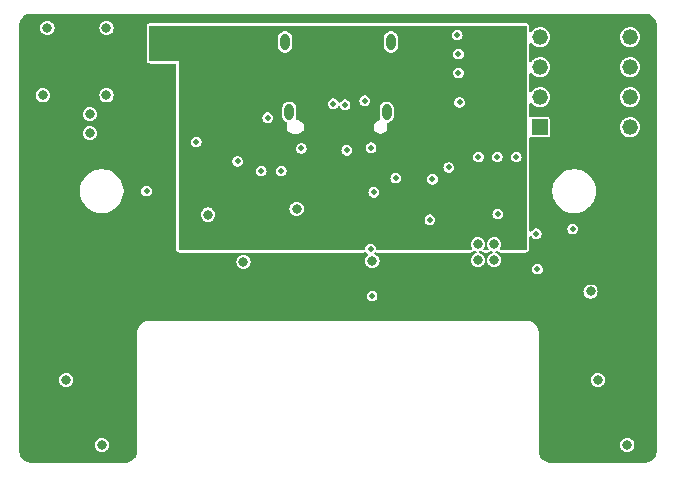
<source format=gbr>
%TF.GenerationSoftware,KiCad,Pcbnew,8.0.0*%
%TF.CreationDate,2024-03-04T20:39:57-05:00*%
%TF.ProjectId,USB C breadboard power supply,55534220-4320-4627-9265-6164626f6172,0.1*%
%TF.SameCoordinates,Original*%
%TF.FileFunction,Copper,L2,Inr*%
%TF.FilePolarity,Positive*%
%FSLAX46Y46*%
G04 Gerber Fmt 4.6, Leading zero omitted, Abs format (unit mm)*
G04 Created by KiCad (PCBNEW 8.0.0) date 2024-03-04 20:39:57*
%MOMM*%
%LPD*%
G01*
G04 APERTURE LIST*
%TA.AperFunction,ComponentPad*%
%ADD10R,1.320800X1.320800*%
%TD*%
%TA.AperFunction,ComponentPad*%
%ADD11C,1.320800*%
%TD*%
%TA.AperFunction,ComponentPad*%
%ADD12O,0.800000X1.400000*%
%TD*%
%TA.AperFunction,ViaPad*%
%ADD13C,0.800000*%
%TD*%
%TA.AperFunction,ViaPad*%
%ADD14C,1.000000*%
%TD*%
%TA.AperFunction,ViaPad*%
%ADD15C,0.500000*%
%TD*%
G04 APERTURE END LIST*
D10*
%TO.N,unconnected-(SW1-Pad1)*%
%TO.C,SW1*%
X144100000Y-109600000D03*
D11*
%TO.N,/VBUS_MAX*%
X144100000Y-107060000D03*
%TO.N,Net-(SW1-2)*%
X144100000Y-104520000D03*
%TO.N,Net-(SW1-3)*%
X144100000Y-101980000D03*
%TO.N,unconnected-(SW1-NC-Pad5)*%
X151720000Y-101980000D03*
%TO.N,/VBUS_MAX*%
X151720000Y-104520000D03*
%TO.N,unconnected-(SW1-5-Pad7)*%
X151720000Y-107060000D03*
%TO.N,Net-(SW1-4)*%
X151720000Y-109600000D03*
%TD*%
D12*
%TO.N,GND*%
%TO.C,USB1*%
X131490000Y-102380000D03*
X131130000Y-108330000D03*
X122870000Y-108330000D03*
X122510000Y-102380000D03*
%TD*%
D13*
%TO.N,Net-(C12-Pad1)*%
X106000000Y-110100000D03*
%TO.N,/VBUS_FET_EN*%
X106000000Y-108500000D03*
%TO.N,/RAIL_1*%
X149000000Y-131000000D03*
%TO.N,/RAIL_2*%
X104000000Y-131000000D03*
%TO.N,/3V3_OUT*%
X107000000Y-136500000D03*
%TO.N,/DC_OUTPUT*%
X107000000Y-128000000D03*
%TO.N,/3V3_OUT*%
X151500000Y-136500000D03*
%TO.N,/DC_OUTPUT*%
X151500000Y-128000000D03*
X111000000Y-107775000D03*
%TO.N,/3V3_OUT*%
X123500000Y-116500000D03*
X116000000Y-117000000D03*
%TO.N,VBUS*%
X115500000Y-114500000D03*
X117000000Y-104500000D03*
X115500000Y-106500000D03*
X114000000Y-103000000D03*
X128500000Y-107000000D03*
X125998958Y-106998958D03*
D14*
X142000000Y-117500000D03*
D13*
%TO.N,Net-(D1-K)*%
X102000000Y-106900000D03*
X107400000Y-106900000D03*
%TO.N,Net-(D1-A)*%
X107400000Y-101200000D03*
X102400000Y-101200000D03*
%TO.N,/3V3_OUT*%
X119000000Y-121000000D03*
%TO.N,/3V3*%
X148387500Y-123506250D03*
X129912500Y-120931250D03*
%TO.N,GND*%
X138837500Y-119506250D03*
D15*
X129762500Y-119906250D03*
X137200000Y-103400000D03*
X140537500Y-116956250D03*
X121050000Y-108800000D03*
X118500000Y-112500000D03*
X137100000Y-101800000D03*
X142087500Y-112106250D03*
X140487500Y-112106250D03*
D13*
X140237500Y-119506250D03*
D15*
X137300000Y-107500000D03*
X120500000Y-113300000D03*
D13*
X140237500Y-120856250D03*
D15*
X110800000Y-115000000D03*
X122200000Y-113300000D03*
D13*
X138837500Y-120856250D03*
D15*
X129800000Y-111331750D03*
X146887500Y-118206250D03*
X123900000Y-111400000D03*
X129887500Y-123881250D03*
X138887500Y-112106250D03*
X130037500Y-115106250D03*
X137200000Y-105000000D03*
X136387500Y-113006250D03*
%TO.N,/CC1*%
X143787500Y-118606250D03*
X127750000Y-111550000D03*
%TO.N,/CC2*%
X143887500Y-121606250D03*
X126600000Y-107600000D03*
%TO.N,Net-(C12-Pad1)*%
X115000000Y-110850000D03*
%TO.N,/VBUS_FET_EN*%
X131887500Y-113906250D03*
%TO.N,/VBUS_MAX*%
X135000000Y-114000000D03*
X134787714Y-117432137D03*
%TO.N,/D+*%
X127600000Y-107700000D03*
X129275000Y-107350000D03*
%TD*%
%TA.AperFunction,Conductor*%
%TO.N,/DC_OUTPUT*%
G36*
X153001224Y-100000030D02*
G01*
X153027839Y-100000682D01*
X153089724Y-100002198D01*
X153106613Y-100004070D01*
X153163581Y-100015401D01*
X153281428Y-100038842D01*
X153299989Y-100044473D01*
X153463530Y-100112214D01*
X153480643Y-100121361D01*
X153627818Y-100219700D01*
X153642821Y-100232012D01*
X153767987Y-100357178D01*
X153780299Y-100372181D01*
X153878638Y-100519356D01*
X153887786Y-100536471D01*
X153955524Y-100700003D01*
X153961158Y-100718576D01*
X153995929Y-100893386D01*
X153997801Y-100910273D01*
X153999970Y-100998774D01*
X154000000Y-101001200D01*
X154000000Y-136998799D01*
X153999970Y-137001225D01*
X153997801Y-137089726D01*
X153995929Y-137106613D01*
X153961158Y-137281423D01*
X153955524Y-137299996D01*
X153887786Y-137463528D01*
X153878638Y-137480643D01*
X153780299Y-137627818D01*
X153767987Y-137642821D01*
X153642821Y-137767987D01*
X153627818Y-137780299D01*
X153480643Y-137878638D01*
X153463528Y-137887786D01*
X153299996Y-137955524D01*
X153281423Y-137961158D01*
X153106613Y-137995929D01*
X153089726Y-137997801D01*
X153004410Y-137999891D01*
X153001223Y-137999970D01*
X152998800Y-138000000D01*
X145001200Y-138000000D01*
X144998776Y-137999970D01*
X144995505Y-137999889D01*
X144910273Y-137997801D01*
X144893386Y-137995929D01*
X144718576Y-137961158D01*
X144700003Y-137955524D01*
X144536471Y-137887786D01*
X144519356Y-137878638D01*
X144372181Y-137780299D01*
X144357178Y-137767987D01*
X144232012Y-137642821D01*
X144219700Y-137627818D01*
X144121361Y-137480643D01*
X144112213Y-137463528D01*
X144044473Y-137299989D01*
X144038842Y-137281428D01*
X144004070Y-137106613D01*
X144002198Y-137089724D01*
X144000030Y-137001223D01*
X144000000Y-136998799D01*
X144000000Y-136500000D01*
X150894318Y-136500000D01*
X150914955Y-136656758D01*
X150914957Y-136656766D01*
X150975462Y-136802838D01*
X150975462Y-136802839D01*
X150975464Y-136802841D01*
X151071718Y-136928282D01*
X151197159Y-137024536D01*
X151343238Y-137085044D01*
X151460809Y-137100522D01*
X151499999Y-137105682D01*
X151500000Y-137105682D01*
X151500001Y-137105682D01*
X151531352Y-137101554D01*
X151656762Y-137085044D01*
X151802841Y-137024536D01*
X151928282Y-136928282D01*
X152024536Y-136802841D01*
X152085044Y-136656762D01*
X152105682Y-136500000D01*
X152085044Y-136343238D01*
X152024537Y-136197161D01*
X152024537Y-136197160D01*
X151928286Y-136071723D01*
X151928285Y-136071722D01*
X151928282Y-136071718D01*
X151928277Y-136071714D01*
X151928276Y-136071713D01*
X151802838Y-135975462D01*
X151656766Y-135914957D01*
X151656758Y-135914955D01*
X151500001Y-135894318D01*
X151499999Y-135894318D01*
X151343241Y-135914955D01*
X151343233Y-135914957D01*
X151197161Y-135975462D01*
X151197160Y-135975462D01*
X151071723Y-136071713D01*
X151071713Y-136071723D01*
X150975462Y-136197160D01*
X150975462Y-136197161D01*
X150914957Y-136343233D01*
X150914955Y-136343241D01*
X150894318Y-136499999D01*
X150894318Y-136500000D01*
X144000000Y-136500000D01*
X144000000Y-131000000D01*
X148394318Y-131000000D01*
X148414955Y-131156758D01*
X148414957Y-131156766D01*
X148475462Y-131302838D01*
X148475462Y-131302839D01*
X148475464Y-131302841D01*
X148571718Y-131428282D01*
X148697159Y-131524536D01*
X148843238Y-131585044D01*
X148960809Y-131600522D01*
X148999999Y-131605682D01*
X149000000Y-131605682D01*
X149000001Y-131605682D01*
X149031352Y-131601554D01*
X149156762Y-131585044D01*
X149302841Y-131524536D01*
X149428282Y-131428282D01*
X149524536Y-131302841D01*
X149585044Y-131156762D01*
X149605682Y-131000000D01*
X149585044Y-130843238D01*
X149524537Y-130697161D01*
X149524537Y-130697160D01*
X149428286Y-130571723D01*
X149428285Y-130571722D01*
X149428282Y-130571718D01*
X149428277Y-130571714D01*
X149428276Y-130571713D01*
X149302838Y-130475462D01*
X149156766Y-130414957D01*
X149156758Y-130414955D01*
X149000001Y-130394318D01*
X148999999Y-130394318D01*
X148843241Y-130414955D01*
X148843233Y-130414957D01*
X148697161Y-130475462D01*
X148697160Y-130475462D01*
X148571723Y-130571713D01*
X148571713Y-130571723D01*
X148475462Y-130697160D01*
X148475462Y-130697161D01*
X148414957Y-130843233D01*
X148414955Y-130843241D01*
X148394318Y-130999999D01*
X148394318Y-131000000D01*
X144000000Y-131000000D01*
X144000000Y-126999988D01*
X143997593Y-126901748D01*
X143959256Y-126709014D01*
X143884055Y-126527464D01*
X143884048Y-126527450D01*
X143774886Y-126364078D01*
X143774883Y-126364075D01*
X143774881Y-126364072D01*
X143635928Y-126225119D01*
X143635924Y-126225116D01*
X143635921Y-126225113D01*
X143472549Y-126115951D01*
X143472535Y-126115944D01*
X143290985Y-126040743D01*
X143098249Y-126002406D01*
X143098253Y-126002406D01*
X143000012Y-126000000D01*
X143000000Y-126000000D01*
X111000000Y-126000000D01*
X110999988Y-126000000D01*
X110901748Y-126002406D01*
X110709014Y-126040743D01*
X110527464Y-126115944D01*
X110527450Y-126115951D01*
X110364078Y-126225113D01*
X110225113Y-126364078D01*
X110115951Y-126527450D01*
X110115944Y-126527464D01*
X110040743Y-126709014D01*
X110002406Y-126901748D01*
X110000000Y-126999988D01*
X110000000Y-136998799D01*
X109999970Y-137001225D01*
X109997801Y-137089726D01*
X109995929Y-137106613D01*
X109961158Y-137281423D01*
X109955524Y-137299996D01*
X109887786Y-137463528D01*
X109878638Y-137480643D01*
X109780299Y-137627818D01*
X109767987Y-137642821D01*
X109642821Y-137767987D01*
X109627818Y-137780299D01*
X109480643Y-137878638D01*
X109463528Y-137887786D01*
X109299996Y-137955524D01*
X109281423Y-137961158D01*
X109106613Y-137995929D01*
X109089726Y-137997801D01*
X109004410Y-137999891D01*
X109001223Y-137999970D01*
X108998800Y-138000000D01*
X101001200Y-138000000D01*
X100998776Y-137999970D01*
X100995505Y-137999889D01*
X100910273Y-137997801D01*
X100893386Y-137995929D01*
X100718576Y-137961158D01*
X100700003Y-137955524D01*
X100536471Y-137887786D01*
X100519356Y-137878638D01*
X100372181Y-137780299D01*
X100357178Y-137767987D01*
X100232012Y-137642821D01*
X100219700Y-137627818D01*
X100121361Y-137480643D01*
X100112213Y-137463528D01*
X100044473Y-137299989D01*
X100038842Y-137281428D01*
X100004070Y-137106613D01*
X100002198Y-137089724D01*
X100000030Y-137001223D01*
X100000000Y-136998799D01*
X100000000Y-136500000D01*
X106394318Y-136500000D01*
X106414955Y-136656758D01*
X106414957Y-136656766D01*
X106475462Y-136802838D01*
X106475462Y-136802839D01*
X106475464Y-136802841D01*
X106571718Y-136928282D01*
X106697159Y-137024536D01*
X106843238Y-137085044D01*
X106960809Y-137100522D01*
X106999999Y-137105682D01*
X107000000Y-137105682D01*
X107000001Y-137105682D01*
X107031352Y-137101554D01*
X107156762Y-137085044D01*
X107302841Y-137024536D01*
X107428282Y-136928282D01*
X107524536Y-136802841D01*
X107585044Y-136656762D01*
X107605682Y-136500000D01*
X107585044Y-136343238D01*
X107524537Y-136197161D01*
X107524537Y-136197160D01*
X107428286Y-136071723D01*
X107428285Y-136071722D01*
X107428282Y-136071718D01*
X107428277Y-136071714D01*
X107428276Y-136071713D01*
X107302838Y-135975462D01*
X107156766Y-135914957D01*
X107156758Y-135914955D01*
X107000001Y-135894318D01*
X106999999Y-135894318D01*
X106843241Y-135914955D01*
X106843233Y-135914957D01*
X106697161Y-135975462D01*
X106697160Y-135975462D01*
X106571723Y-136071713D01*
X106571713Y-136071723D01*
X106475462Y-136197160D01*
X106475462Y-136197161D01*
X106414957Y-136343233D01*
X106414955Y-136343241D01*
X106394318Y-136499999D01*
X106394318Y-136500000D01*
X100000000Y-136500000D01*
X100000000Y-131000000D01*
X103394318Y-131000000D01*
X103414955Y-131156758D01*
X103414957Y-131156766D01*
X103475462Y-131302838D01*
X103475462Y-131302839D01*
X103475464Y-131302841D01*
X103571718Y-131428282D01*
X103697159Y-131524536D01*
X103843238Y-131585044D01*
X103960809Y-131600522D01*
X103999999Y-131605682D01*
X104000000Y-131605682D01*
X104000001Y-131605682D01*
X104031352Y-131601554D01*
X104156762Y-131585044D01*
X104302841Y-131524536D01*
X104428282Y-131428282D01*
X104524536Y-131302841D01*
X104585044Y-131156762D01*
X104605682Y-131000000D01*
X104585044Y-130843238D01*
X104524537Y-130697161D01*
X104524537Y-130697160D01*
X104428286Y-130571723D01*
X104428285Y-130571722D01*
X104428282Y-130571718D01*
X104428277Y-130571714D01*
X104428276Y-130571713D01*
X104302838Y-130475462D01*
X104156766Y-130414957D01*
X104156758Y-130414955D01*
X104000001Y-130394318D01*
X103999999Y-130394318D01*
X103843241Y-130414955D01*
X103843233Y-130414957D01*
X103697161Y-130475462D01*
X103697160Y-130475462D01*
X103571723Y-130571713D01*
X103571713Y-130571723D01*
X103475462Y-130697160D01*
X103475462Y-130697161D01*
X103414957Y-130843233D01*
X103414955Y-130843241D01*
X103394318Y-130999999D01*
X103394318Y-131000000D01*
X100000000Y-131000000D01*
X100000000Y-123881252D01*
X129432367Y-123881252D01*
X129450802Y-124009475D01*
X129488168Y-124091294D01*
X129504618Y-124127313D01*
X129589451Y-124225217D01*
X129589452Y-124225218D01*
X129698426Y-124295251D01*
X129698431Y-124295254D01*
X129822728Y-124331750D01*
X129822730Y-124331750D01*
X129952270Y-124331750D01*
X129952272Y-124331750D01*
X130076569Y-124295254D01*
X130185549Y-124225217D01*
X130270382Y-124127313D01*
X130324197Y-124009476D01*
X130342633Y-123881250D01*
X130324197Y-123753024D01*
X130270382Y-123635187D01*
X130185549Y-123537283D01*
X130185548Y-123537282D01*
X130185547Y-123537281D01*
X130137262Y-123506250D01*
X147781818Y-123506250D01*
X147802455Y-123663008D01*
X147802457Y-123663016D01*
X147862962Y-123809088D01*
X147862962Y-123809089D01*
X147862964Y-123809091D01*
X147959218Y-123934532D01*
X148084659Y-124030786D01*
X148230738Y-124091294D01*
X148348309Y-124106772D01*
X148387499Y-124111932D01*
X148387500Y-124111932D01*
X148387501Y-124111932D01*
X148418852Y-124107804D01*
X148544262Y-124091294D01*
X148690341Y-124030786D01*
X148815782Y-123934532D01*
X148912036Y-123809091D01*
X148972544Y-123663012D01*
X148993182Y-123506250D01*
X148972544Y-123349488D01*
X148912037Y-123203411D01*
X148912037Y-123203410D01*
X148815786Y-123077973D01*
X148815785Y-123077972D01*
X148815782Y-123077968D01*
X148815777Y-123077964D01*
X148815776Y-123077963D01*
X148690338Y-122981712D01*
X148544266Y-122921207D01*
X148544258Y-122921205D01*
X148387501Y-122900568D01*
X148387499Y-122900568D01*
X148230741Y-122921205D01*
X148230733Y-122921207D01*
X148084661Y-122981712D01*
X148084660Y-122981712D01*
X147959223Y-123077963D01*
X147959213Y-123077973D01*
X147862962Y-123203410D01*
X147862962Y-123203411D01*
X147802457Y-123349483D01*
X147802455Y-123349491D01*
X147781818Y-123506249D01*
X147781818Y-123506250D01*
X130137262Y-123506250D01*
X130076573Y-123467248D01*
X130076570Y-123467246D01*
X130076569Y-123467246D01*
X130076566Y-123467245D01*
X129952274Y-123430750D01*
X129952272Y-123430750D01*
X129822728Y-123430750D01*
X129822725Y-123430750D01*
X129698433Y-123467245D01*
X129698426Y-123467248D01*
X129589452Y-123537281D01*
X129504617Y-123635188D01*
X129450802Y-123753024D01*
X129432367Y-123881247D01*
X129432367Y-123881252D01*
X100000000Y-123881252D01*
X100000000Y-121606252D01*
X143432367Y-121606252D01*
X143450802Y-121734475D01*
X143504617Y-121852311D01*
X143504618Y-121852313D01*
X143589451Y-121950217D01*
X143589452Y-121950218D01*
X143698426Y-122020251D01*
X143698431Y-122020254D01*
X143822728Y-122056750D01*
X143822730Y-122056750D01*
X143952270Y-122056750D01*
X143952272Y-122056750D01*
X144076569Y-122020254D01*
X144185549Y-121950217D01*
X144270382Y-121852313D01*
X144324197Y-121734476D01*
X144342633Y-121606250D01*
X144342551Y-121605682D01*
X144324197Y-121478024D01*
X144316848Y-121461932D01*
X144270382Y-121360187D01*
X144185549Y-121262283D01*
X144185548Y-121262282D01*
X144185547Y-121262281D01*
X144076573Y-121192248D01*
X144076570Y-121192246D01*
X144076569Y-121192246D01*
X144076566Y-121192245D01*
X143952274Y-121155750D01*
X143952272Y-121155750D01*
X143822728Y-121155750D01*
X143822725Y-121155750D01*
X143698433Y-121192245D01*
X143698426Y-121192248D01*
X143589452Y-121262281D01*
X143504617Y-121360188D01*
X143450802Y-121478024D01*
X143432367Y-121606247D01*
X143432367Y-121606252D01*
X100000000Y-121606252D01*
X100000000Y-121000000D01*
X118394318Y-121000000D01*
X118414955Y-121156758D01*
X118414957Y-121156766D01*
X118475462Y-121302838D01*
X118475462Y-121302839D01*
X118571713Y-121428276D01*
X118571718Y-121428282D01*
X118697159Y-121524536D01*
X118697160Y-121524536D01*
X118697161Y-121524537D01*
X118843233Y-121585042D01*
X118843238Y-121585044D01*
X118960809Y-121600522D01*
X118999999Y-121605682D01*
X119000000Y-121605682D01*
X119000001Y-121605682D01*
X119031352Y-121601554D01*
X119156762Y-121585044D01*
X119302841Y-121524536D01*
X119428282Y-121428282D01*
X119524536Y-121302841D01*
X119585044Y-121156762D01*
X119605682Y-121000000D01*
X119585044Y-120843238D01*
X119524537Y-120697161D01*
X119524537Y-120697160D01*
X119428286Y-120571723D01*
X119428285Y-120571722D01*
X119428282Y-120571718D01*
X119428277Y-120571714D01*
X119428276Y-120571713D01*
X119357104Y-120517101D01*
X119302841Y-120475464D01*
X119302840Y-120475463D01*
X119302838Y-120475462D01*
X119156766Y-120414957D01*
X119156758Y-120414955D01*
X119063311Y-120402653D01*
X119008086Y-120376312D01*
X118999484Y-120360469D01*
X118981958Y-120384593D01*
X118936689Y-120402653D01*
X118843241Y-120414955D01*
X118843233Y-120414957D01*
X118697161Y-120475462D01*
X118697160Y-120475462D01*
X118571723Y-120571713D01*
X118571713Y-120571723D01*
X118475462Y-120697160D01*
X118475462Y-120697161D01*
X118414957Y-120843233D01*
X118414955Y-120843241D01*
X118394318Y-120999999D01*
X118394318Y-121000000D01*
X100000000Y-121000000D01*
X100000000Y-115121289D01*
X105149500Y-115121289D01*
X105181161Y-115361781D01*
X105181161Y-115361786D01*
X105243944Y-115596092D01*
X105243948Y-115596105D01*
X105336772Y-115820204D01*
X105336774Y-115820208D01*
X105336776Y-115820212D01*
X105458064Y-116030289D01*
X105458066Y-116030292D01*
X105605729Y-116222731D01*
X105605731Y-116222733D01*
X105605735Y-116222738D01*
X105777262Y-116394265D01*
X105777266Y-116394268D01*
X105777268Y-116394270D01*
X105915056Y-116499998D01*
X105969711Y-116541936D01*
X106179788Y-116663224D01*
X106403900Y-116756054D01*
X106638211Y-116818838D01*
X106878712Y-116850500D01*
X106878713Y-116850500D01*
X107121287Y-116850500D01*
X107121288Y-116850500D01*
X107361789Y-116818838D01*
X107596100Y-116756054D01*
X107820212Y-116663224D01*
X108030289Y-116541936D01*
X108222738Y-116394265D01*
X108394265Y-116222738D01*
X108541936Y-116030289D01*
X108663224Y-115820212D01*
X108756054Y-115596100D01*
X108818838Y-115361789D01*
X108850500Y-115121288D01*
X108850500Y-115000002D01*
X110344867Y-115000002D01*
X110363302Y-115128225D01*
X110417117Y-115246061D01*
X110417118Y-115246063D01*
X110501951Y-115343967D01*
X110501952Y-115343968D01*
X110610926Y-115414001D01*
X110610931Y-115414004D01*
X110735228Y-115450500D01*
X110735230Y-115450500D01*
X110864770Y-115450500D01*
X110864772Y-115450500D01*
X110989069Y-115414004D01*
X111098049Y-115343967D01*
X111182882Y-115246063D01*
X111236697Y-115128226D01*
X111255133Y-115000000D01*
X111236697Y-114871774D01*
X111182882Y-114753937D01*
X111098049Y-114656033D01*
X111098048Y-114656032D01*
X111098047Y-114656031D01*
X110989073Y-114585998D01*
X110989070Y-114585996D01*
X110989069Y-114585996D01*
X110989066Y-114585995D01*
X110864774Y-114549500D01*
X110864772Y-114549500D01*
X110735228Y-114549500D01*
X110735225Y-114549500D01*
X110610933Y-114585995D01*
X110610926Y-114585998D01*
X110501952Y-114656031D01*
X110417117Y-114753938D01*
X110363302Y-114871774D01*
X110344867Y-114999997D01*
X110344867Y-115000002D01*
X108850500Y-115000002D01*
X108850500Y-114878712D01*
X108818838Y-114638211D01*
X108756054Y-114403900D01*
X108663224Y-114179788D01*
X108541936Y-113969711D01*
X108394265Y-113777262D01*
X108222738Y-113605735D01*
X108222733Y-113605731D01*
X108222731Y-113605729D01*
X108030292Y-113458066D01*
X108030289Y-113458064D01*
X107820212Y-113336776D01*
X107820208Y-113336774D01*
X107820204Y-113336772D01*
X107596105Y-113243948D01*
X107596104Y-113243947D01*
X107596100Y-113243946D01*
X107361789Y-113181162D01*
X107361786Y-113181161D01*
X107361784Y-113181161D01*
X107121289Y-113149500D01*
X107121288Y-113149500D01*
X106878712Y-113149500D01*
X106878710Y-113149500D01*
X106638218Y-113181161D01*
X106638213Y-113181161D01*
X106403907Y-113243944D01*
X106403894Y-113243948D01*
X106179795Y-113336772D01*
X105969707Y-113458066D01*
X105777268Y-113605729D01*
X105605729Y-113777268D01*
X105458066Y-113969707D01*
X105336772Y-114179795D01*
X105243948Y-114403894D01*
X105243944Y-114403907D01*
X105181161Y-114638213D01*
X105181161Y-114638218D01*
X105149500Y-114878710D01*
X105149500Y-115121289D01*
X100000000Y-115121289D01*
X100000000Y-110100000D01*
X105394318Y-110100000D01*
X105414955Y-110256758D01*
X105414957Y-110256766D01*
X105475462Y-110402838D01*
X105475462Y-110402839D01*
X105520014Y-110460900D01*
X105571718Y-110528282D01*
X105697159Y-110624536D01*
X105843238Y-110685044D01*
X105960809Y-110700522D01*
X105999999Y-110705682D01*
X106000000Y-110705682D01*
X106000001Y-110705682D01*
X106031352Y-110701554D01*
X106156762Y-110685044D01*
X106302841Y-110624536D01*
X106428282Y-110528282D01*
X106524536Y-110402841D01*
X106585044Y-110256762D01*
X106605682Y-110100000D01*
X106585044Y-109943238D01*
X106524537Y-109797161D01*
X106524537Y-109797160D01*
X106428286Y-109671723D01*
X106428285Y-109671722D01*
X106428282Y-109671718D01*
X106428277Y-109671714D01*
X106428276Y-109671713D01*
X106302838Y-109575462D01*
X106156766Y-109514957D01*
X106156758Y-109514955D01*
X106000001Y-109494318D01*
X105999999Y-109494318D01*
X105843241Y-109514955D01*
X105843233Y-109514957D01*
X105697161Y-109575462D01*
X105697160Y-109575462D01*
X105571723Y-109671713D01*
X105571713Y-109671723D01*
X105475462Y-109797160D01*
X105475462Y-109797161D01*
X105414957Y-109943233D01*
X105414955Y-109943241D01*
X105394318Y-110099999D01*
X105394318Y-110100000D01*
X100000000Y-110100000D01*
X100000000Y-108500000D01*
X105394318Y-108500000D01*
X105414955Y-108656758D01*
X105414957Y-108656766D01*
X105475462Y-108802838D01*
X105475462Y-108802839D01*
X105520374Y-108861369D01*
X105571718Y-108928282D01*
X105697159Y-109024536D01*
X105843238Y-109085044D01*
X105960809Y-109100522D01*
X105999999Y-109105682D01*
X106000000Y-109105682D01*
X106000001Y-109105682D01*
X106031352Y-109101554D01*
X106156762Y-109085044D01*
X106302841Y-109024536D01*
X106428282Y-108928282D01*
X106524536Y-108802841D01*
X106585044Y-108656762D01*
X106605682Y-108500000D01*
X106585044Y-108343238D01*
X106524537Y-108197161D01*
X106524537Y-108197160D01*
X106428286Y-108071723D01*
X106428285Y-108071722D01*
X106428282Y-108071718D01*
X106428277Y-108071714D01*
X106428276Y-108071713D01*
X106302838Y-107975462D01*
X106156766Y-107914957D01*
X106156758Y-107914955D01*
X106000001Y-107894318D01*
X105999999Y-107894318D01*
X105843241Y-107914955D01*
X105843233Y-107914957D01*
X105697161Y-107975462D01*
X105697160Y-107975462D01*
X105571723Y-108071713D01*
X105571713Y-108071723D01*
X105475462Y-108197160D01*
X105475462Y-108197161D01*
X105414957Y-108343233D01*
X105414955Y-108343241D01*
X105394318Y-108499999D01*
X105394318Y-108500000D01*
X100000000Y-108500000D01*
X100000000Y-106900000D01*
X101394318Y-106900000D01*
X101414955Y-107056758D01*
X101414957Y-107056766D01*
X101475462Y-107202838D01*
X101475462Y-107202839D01*
X101475464Y-107202841D01*
X101571718Y-107328282D01*
X101697159Y-107424536D01*
X101843238Y-107485044D01*
X101960809Y-107500522D01*
X101999999Y-107505682D01*
X102000000Y-107505682D01*
X102000001Y-107505682D01*
X102031352Y-107501554D01*
X102156762Y-107485044D01*
X102302841Y-107424536D01*
X102428282Y-107328282D01*
X102524536Y-107202841D01*
X102585044Y-107056762D01*
X102605682Y-106900000D01*
X106794318Y-106900000D01*
X106814955Y-107056758D01*
X106814957Y-107056766D01*
X106875462Y-107202838D01*
X106875462Y-107202839D01*
X106875464Y-107202841D01*
X106971718Y-107328282D01*
X107097159Y-107424536D01*
X107243238Y-107485044D01*
X107360809Y-107500522D01*
X107399999Y-107505682D01*
X107400000Y-107505682D01*
X107400001Y-107505682D01*
X107431352Y-107501554D01*
X107556762Y-107485044D01*
X107702841Y-107424536D01*
X107828282Y-107328282D01*
X107924536Y-107202841D01*
X107985044Y-107056762D01*
X108005682Y-106900000D01*
X107985044Y-106743238D01*
X107970413Y-106707916D01*
X107924537Y-106597161D01*
X107924537Y-106597160D01*
X107828286Y-106471723D01*
X107828285Y-106471722D01*
X107828282Y-106471718D01*
X107828277Y-106471714D01*
X107828276Y-106471713D01*
X107702838Y-106375462D01*
X107556766Y-106314957D01*
X107556758Y-106314955D01*
X107400001Y-106294318D01*
X107399999Y-106294318D01*
X107243241Y-106314955D01*
X107243233Y-106314957D01*
X107097161Y-106375462D01*
X107097160Y-106375462D01*
X106971723Y-106471713D01*
X106971713Y-106471723D01*
X106875462Y-106597160D01*
X106875462Y-106597161D01*
X106814957Y-106743233D01*
X106814955Y-106743241D01*
X106794318Y-106899999D01*
X106794318Y-106900000D01*
X102605682Y-106900000D01*
X102585044Y-106743238D01*
X102570413Y-106707916D01*
X102524537Y-106597161D01*
X102524537Y-106597160D01*
X102428286Y-106471723D01*
X102428285Y-106471722D01*
X102428282Y-106471718D01*
X102428277Y-106471714D01*
X102428276Y-106471713D01*
X102302838Y-106375462D01*
X102156766Y-106314957D01*
X102156758Y-106314955D01*
X102000001Y-106294318D01*
X101999999Y-106294318D01*
X101843241Y-106314955D01*
X101843233Y-106314957D01*
X101697161Y-106375462D01*
X101697160Y-106375462D01*
X101571723Y-106471713D01*
X101571713Y-106471723D01*
X101475462Y-106597160D01*
X101475462Y-106597161D01*
X101414957Y-106743233D01*
X101414955Y-106743241D01*
X101394318Y-106899999D01*
X101394318Y-106900000D01*
X100000000Y-106900000D01*
X100000000Y-103901000D01*
X110794500Y-103901000D01*
X110797030Y-103933143D01*
X110801883Y-103963793D01*
X110802646Y-103968281D01*
X110802647Y-103968286D01*
X110838591Y-104052382D01*
X110838592Y-104052383D01*
X110874556Y-104101883D01*
X110898797Y-104129628D01*
X110977307Y-104176536D01*
X111035498Y-104195443D01*
X111048198Y-104197454D01*
X111098996Y-104205500D01*
X111099000Y-104205500D01*
X113195499Y-104205500D01*
X113253690Y-104224407D01*
X113289654Y-104273907D01*
X113294499Y-104304500D01*
X113294500Y-105000002D01*
X113294500Y-107350002D01*
X113294500Y-107600002D01*
X113294500Y-108800002D01*
X113294500Y-110850002D01*
X113294500Y-111400002D01*
X113294500Y-112106252D01*
X113294500Y-112500002D01*
X113294500Y-113006252D01*
X113294500Y-113300002D01*
X113294500Y-113906252D01*
X113294500Y-115106252D01*
X113294500Y-116499998D01*
X113294500Y-116999998D01*
X113294500Y-117432139D01*
X113294500Y-119901000D01*
X113297030Y-119933143D01*
X113301883Y-119963793D01*
X113302646Y-119968281D01*
X113302647Y-119968286D01*
X113338591Y-120052382D01*
X113345684Y-120062144D01*
X113374556Y-120101883D01*
X113398797Y-120129628D01*
X113477307Y-120176536D01*
X113535498Y-120195443D01*
X113544351Y-120196845D01*
X113598996Y-120205500D01*
X118923767Y-120205500D01*
X118981958Y-120224407D01*
X118999510Y-120248565D01*
X119028994Y-120217497D01*
X119076233Y-120205500D01*
X129208360Y-120205500D01*
X129208367Y-120205500D01*
X129240511Y-120202970D01*
X129271104Y-120198125D01*
X129271115Y-120198123D01*
X129271160Y-120198116D01*
X129275648Y-120197353D01*
X129275647Y-120197353D01*
X129275654Y-120197352D01*
X129313575Y-120181144D01*
X129374514Y-120175659D01*
X129427038Y-120207041D01*
X129427247Y-120207281D01*
X129442087Y-120224407D01*
X129464452Y-120250218D01*
X129536024Y-120296214D01*
X129574755Y-120343580D01*
X129578249Y-120404665D01*
X129545170Y-120456138D01*
X129542769Y-120458040D01*
X129484220Y-120502966D01*
X129484213Y-120502973D01*
X129387962Y-120628410D01*
X129387962Y-120628411D01*
X129327457Y-120774483D01*
X129327455Y-120774491D01*
X129306818Y-120931249D01*
X129306818Y-120931250D01*
X129327455Y-121088008D01*
X129327457Y-121088016D01*
X129387962Y-121234088D01*
X129387962Y-121234089D01*
X129484213Y-121359526D01*
X129484218Y-121359532D01*
X129484222Y-121359535D01*
X129484223Y-121359536D01*
X129485073Y-121360188D01*
X129609659Y-121455786D01*
X129609660Y-121455786D01*
X129609661Y-121455787D01*
X129663346Y-121478024D01*
X129755738Y-121516294D01*
X129873309Y-121531772D01*
X129912499Y-121536932D01*
X129912500Y-121536932D01*
X129912501Y-121536932D01*
X129943852Y-121532804D01*
X130069262Y-121516294D01*
X130215341Y-121455786D01*
X130340782Y-121359532D01*
X130437036Y-121234091D01*
X130497544Y-121088012D01*
X130518182Y-120931250D01*
X130497544Y-120774488D01*
X130437037Y-120628411D01*
X130437037Y-120628410D01*
X130340786Y-120502973D01*
X130340785Y-120502972D01*
X130340782Y-120502968D01*
X130340777Y-120502964D01*
X130340776Y-120502963D01*
X130287397Y-120462004D01*
X130215341Y-120406714D01*
X130215339Y-120406713D01*
X130128482Y-120370735D01*
X130081956Y-120330998D01*
X130067673Y-120271503D01*
X130091088Y-120214975D01*
X130091394Y-120214618D01*
X130096910Y-120208253D01*
X130149306Y-120176660D01*
X130202317Y-120178932D01*
X130253131Y-120195443D01*
X130253132Y-120195443D01*
X130253135Y-120195444D01*
X130316629Y-120205500D01*
X130316633Y-120205500D01*
X138258696Y-120205500D01*
X138258702Y-120205500D01*
X138293506Y-120202531D01*
X138326553Y-120196852D01*
X138333721Y-120195489D01*
X138416848Y-120157356D01*
X138465390Y-120120109D01*
X138492493Y-120095149D01*
X138492496Y-120095141D01*
X138494841Y-120092180D01*
X138498000Y-120090077D01*
X138498224Y-120089871D01*
X138498256Y-120089906D01*
X138545775Y-120058277D01*
X138606909Y-120060788D01*
X138610359Y-120062142D01*
X138677096Y-120089785D01*
X138723622Y-120129521D01*
X138737906Y-120189016D01*
X138714491Y-120245544D01*
X138677097Y-120272713D01*
X138534660Y-120331713D01*
X138409223Y-120427963D01*
X138409213Y-120427973D01*
X138312962Y-120553410D01*
X138312962Y-120553411D01*
X138252457Y-120699483D01*
X138252455Y-120699491D01*
X138231818Y-120856249D01*
X138231818Y-120856250D01*
X138252455Y-121013008D01*
X138252457Y-121013016D01*
X138312962Y-121159088D01*
X138312962Y-121159089D01*
X138409213Y-121284526D01*
X138409218Y-121284532D01*
X138534659Y-121380786D01*
X138680738Y-121441294D01*
X138790816Y-121455786D01*
X138837499Y-121461932D01*
X138837500Y-121461932D01*
X138837501Y-121461932D01*
X138884176Y-121455787D01*
X138994262Y-121441294D01*
X139140341Y-121380786D01*
X139265782Y-121284532D01*
X139362036Y-121159091D01*
X139422544Y-121013012D01*
X139439347Y-120885380D01*
X139450683Y-120861612D01*
X139450497Y-120861436D01*
X139439347Y-120827119D01*
X139422544Y-120699491D01*
X139422544Y-120699488D01*
X139393103Y-120628411D01*
X139362037Y-120553411D01*
X139362037Y-120553410D01*
X139265786Y-120427973D01*
X139265785Y-120427972D01*
X139265782Y-120427968D01*
X139265777Y-120427964D01*
X139265776Y-120427963D01*
X139177815Y-120360469D01*
X139140341Y-120331714D01*
X139140339Y-120331713D01*
X138997902Y-120272713D01*
X138951376Y-120232976D01*
X138937093Y-120173481D01*
X138960508Y-120116953D01*
X138997900Y-120089786D01*
X139068129Y-120060696D01*
X139129124Y-120055896D01*
X139181293Y-120087866D01*
X139186107Y-120093973D01*
X139191848Y-120101876D01*
X139191853Y-120101882D01*
X139191854Y-120101883D01*
X139216095Y-120129628D01*
X139294605Y-120176536D01*
X139352796Y-120195443D01*
X139361649Y-120196845D01*
X139416294Y-120205500D01*
X139416298Y-120205500D01*
X139658696Y-120205500D01*
X139658702Y-120205500D01*
X139693506Y-120202531D01*
X139726553Y-120196852D01*
X139733721Y-120195489D01*
X139816848Y-120157356D01*
X139865390Y-120120109D01*
X139892493Y-120095149D01*
X139892496Y-120095141D01*
X139894841Y-120092180D01*
X139898000Y-120090077D01*
X139898224Y-120089871D01*
X139898256Y-120089906D01*
X139945775Y-120058277D01*
X140006909Y-120060788D01*
X140010359Y-120062142D01*
X140077096Y-120089785D01*
X140123622Y-120129521D01*
X140137906Y-120189016D01*
X140114491Y-120245544D01*
X140077097Y-120272713D01*
X139934660Y-120331713D01*
X139809223Y-120427963D01*
X139809213Y-120427973D01*
X139712962Y-120553410D01*
X139712962Y-120553411D01*
X139652457Y-120699483D01*
X139652455Y-120699491D01*
X139635653Y-120827119D01*
X139624316Y-120850886D01*
X139624503Y-120851063D01*
X139635653Y-120885380D01*
X139652455Y-121013008D01*
X139652457Y-121013016D01*
X139712962Y-121159088D01*
X139712962Y-121159089D01*
X139809213Y-121284526D01*
X139809218Y-121284532D01*
X139934659Y-121380786D01*
X140080738Y-121441294D01*
X140190816Y-121455786D01*
X140237499Y-121461932D01*
X140237500Y-121461932D01*
X140237501Y-121461932D01*
X140284176Y-121455787D01*
X140394262Y-121441294D01*
X140540341Y-121380786D01*
X140665782Y-121284532D01*
X140762036Y-121159091D01*
X140822544Y-121013012D01*
X140843182Y-120856250D01*
X140822544Y-120699488D01*
X140793103Y-120628411D01*
X140762037Y-120553411D01*
X140762037Y-120553410D01*
X140665786Y-120427973D01*
X140665785Y-120427972D01*
X140665782Y-120427968D01*
X140665777Y-120427964D01*
X140665776Y-120427963D01*
X140577815Y-120360469D01*
X140540341Y-120331714D01*
X140540339Y-120331713D01*
X140397902Y-120272713D01*
X140351376Y-120232976D01*
X140337093Y-120173481D01*
X140360508Y-120116953D01*
X140397900Y-120089786D01*
X140468129Y-120060696D01*
X140529124Y-120055896D01*
X140581293Y-120087866D01*
X140586107Y-120093973D01*
X140591848Y-120101876D01*
X140591853Y-120101882D01*
X140591854Y-120101883D01*
X140616095Y-120129628D01*
X140694605Y-120176536D01*
X140752796Y-120195443D01*
X140761649Y-120196845D01*
X140816294Y-120205500D01*
X140816298Y-120205500D01*
X142900993Y-120205500D01*
X142901000Y-120205500D01*
X142933144Y-120202970D01*
X142963737Y-120198125D01*
X142963748Y-120198123D01*
X142963793Y-120198116D01*
X142968281Y-120197353D01*
X142968280Y-120197353D01*
X142968287Y-120197352D01*
X143052383Y-120161408D01*
X143101883Y-120125444D01*
X143129628Y-120101203D01*
X143176536Y-120022693D01*
X143195443Y-119964502D01*
X143205500Y-119901000D01*
X143205500Y-118871401D01*
X143224407Y-118813210D01*
X143273907Y-118777246D01*
X143335093Y-118777246D01*
X143384593Y-118813210D01*
X143394553Y-118830275D01*
X143404616Y-118852310D01*
X143404617Y-118852311D01*
X143404618Y-118852313D01*
X143421158Y-118871401D01*
X143489452Y-118950218D01*
X143598426Y-119020251D01*
X143598431Y-119020254D01*
X143722728Y-119056750D01*
X143722730Y-119056750D01*
X143852270Y-119056750D01*
X143852272Y-119056750D01*
X143976569Y-119020254D01*
X144085549Y-118950217D01*
X144170382Y-118852313D01*
X144224197Y-118734476D01*
X144235372Y-118656750D01*
X144242633Y-118606252D01*
X144242633Y-118606247D01*
X144224197Y-118478024D01*
X144194973Y-118414034D01*
X144170382Y-118360187D01*
X144085549Y-118262283D01*
X144085548Y-118262282D01*
X144085547Y-118262281D01*
X143998364Y-118206252D01*
X146432367Y-118206252D01*
X146450802Y-118334475D01*
X146453827Y-118341098D01*
X146504618Y-118452313D01*
X146589451Y-118550217D01*
X146589452Y-118550218D01*
X146676640Y-118606250D01*
X146698431Y-118620254D01*
X146822728Y-118656750D01*
X146822730Y-118656750D01*
X146952270Y-118656750D01*
X146952272Y-118656750D01*
X147076569Y-118620254D01*
X147185549Y-118550217D01*
X147270382Y-118452313D01*
X147324197Y-118334476D01*
X147342633Y-118206250D01*
X147340619Y-118192245D01*
X147324197Y-118078024D01*
X147270382Y-117960188D01*
X147270382Y-117960187D01*
X147185549Y-117862283D01*
X147185548Y-117862282D01*
X147185547Y-117862281D01*
X147076573Y-117792248D01*
X147076570Y-117792246D01*
X147076569Y-117792246D01*
X147076566Y-117792245D01*
X146952274Y-117755750D01*
X146952272Y-117755750D01*
X146822728Y-117755750D01*
X146822725Y-117755750D01*
X146698433Y-117792245D01*
X146698426Y-117792248D01*
X146589452Y-117862281D01*
X146504617Y-117960188D01*
X146450802Y-118078024D01*
X146432367Y-118206247D01*
X146432367Y-118206252D01*
X143998364Y-118206252D01*
X143976573Y-118192248D01*
X143976570Y-118192246D01*
X143976569Y-118192246D01*
X143976566Y-118192245D01*
X143852274Y-118155750D01*
X143852272Y-118155750D01*
X143722728Y-118155750D01*
X143722725Y-118155750D01*
X143598433Y-118192245D01*
X143598426Y-118192248D01*
X143489452Y-118262281D01*
X143404616Y-118360188D01*
X143394553Y-118382225D01*
X143353180Y-118427303D01*
X143293213Y-118439453D01*
X143237558Y-118414034D01*
X143207472Y-118360757D01*
X143205500Y-118341098D01*
X143205500Y-115121289D01*
X145149500Y-115121289D01*
X145181161Y-115361781D01*
X145181161Y-115361786D01*
X145243944Y-115596092D01*
X145243948Y-115596105D01*
X145336772Y-115820204D01*
X145336774Y-115820208D01*
X145336776Y-115820212D01*
X145458064Y-116030289D01*
X145458066Y-116030292D01*
X145605729Y-116222731D01*
X145605731Y-116222733D01*
X145605735Y-116222738D01*
X145777262Y-116394265D01*
X145777266Y-116394268D01*
X145777268Y-116394270D01*
X145915056Y-116499998D01*
X145969711Y-116541936D01*
X146179788Y-116663224D01*
X146403900Y-116756054D01*
X146638211Y-116818838D01*
X146878712Y-116850500D01*
X146878713Y-116850500D01*
X147121287Y-116850500D01*
X147121288Y-116850500D01*
X147361789Y-116818838D01*
X147596100Y-116756054D01*
X147820212Y-116663224D01*
X148030289Y-116541936D01*
X148222738Y-116394265D01*
X148394265Y-116222738D01*
X148541936Y-116030289D01*
X148663224Y-115820212D01*
X148756054Y-115596100D01*
X148818838Y-115361789D01*
X148850500Y-115121288D01*
X148850500Y-114878712D01*
X148818838Y-114638211D01*
X148756054Y-114403900D01*
X148663224Y-114179788D01*
X148541936Y-113969711D01*
X148394265Y-113777262D01*
X148222738Y-113605735D01*
X148222733Y-113605731D01*
X148222731Y-113605729D01*
X148030292Y-113458066D01*
X148030289Y-113458064D01*
X147820212Y-113336776D01*
X147820208Y-113336774D01*
X147820204Y-113336772D01*
X147596105Y-113243948D01*
X147596104Y-113243947D01*
X147596100Y-113243946D01*
X147361789Y-113181162D01*
X147361786Y-113181161D01*
X147361784Y-113181161D01*
X147121289Y-113149500D01*
X147121288Y-113149500D01*
X146878712Y-113149500D01*
X146878710Y-113149500D01*
X146638218Y-113181161D01*
X146638213Y-113181161D01*
X146403907Y-113243944D01*
X146403894Y-113243948D01*
X146179795Y-113336772D01*
X145969707Y-113458066D01*
X145777268Y-113605729D01*
X145605729Y-113777268D01*
X145458066Y-113969707D01*
X145336772Y-114179795D01*
X145243948Y-114403894D01*
X145243944Y-114403907D01*
X145181161Y-114638213D01*
X145181161Y-114638218D01*
X145149500Y-114878710D01*
X145149500Y-115121289D01*
X143205500Y-115121289D01*
X143205500Y-110530334D01*
X143224407Y-110472143D01*
X143273907Y-110436179D01*
X143335093Y-110436179D01*
X143359502Y-110448019D01*
X143361369Y-110449267D01*
X143405831Y-110458111D01*
X143419841Y-110460898D01*
X143419846Y-110460898D01*
X143419852Y-110460900D01*
X143419853Y-110460900D01*
X144780147Y-110460900D01*
X144780148Y-110460900D01*
X144838631Y-110449267D01*
X144904952Y-110404952D01*
X144949267Y-110338631D01*
X144960900Y-110280148D01*
X144960900Y-109600000D01*
X150854358Y-109600000D01*
X150873275Y-109779982D01*
X150929195Y-109952083D01*
X150929201Y-109952097D01*
X151001085Y-110076603D01*
X151019681Y-110108812D01*
X151140772Y-110243297D01*
X151287179Y-110349668D01*
X151287184Y-110349670D01*
X151287189Y-110349673D01*
X151411354Y-110404954D01*
X151452502Y-110423274D01*
X151629516Y-110460900D01*
X151629519Y-110460900D01*
X151810481Y-110460900D01*
X151810484Y-110460900D01*
X151987498Y-110423274D01*
X152152821Y-110349668D01*
X152299228Y-110243297D01*
X152420319Y-110108812D01*
X152510803Y-109952088D01*
X152566726Y-109779977D01*
X152585642Y-109600000D01*
X152566726Y-109420023D01*
X152510803Y-109247912D01*
X152510800Y-109247907D01*
X152510798Y-109247902D01*
X152464314Y-109167390D01*
X152420319Y-109091188D01*
X152299228Y-108956703D01*
X152152821Y-108850332D01*
X152152817Y-108850330D01*
X152152810Y-108850326D01*
X151987504Y-108776728D01*
X151987499Y-108776726D01*
X151987498Y-108776726D01*
X151987495Y-108776725D01*
X151987494Y-108776725D01*
X151949217Y-108768589D01*
X151810484Y-108739100D01*
X151629516Y-108739100D01*
X151516641Y-108763092D01*
X151452505Y-108776725D01*
X151452495Y-108776728D01*
X151287189Y-108850326D01*
X151287182Y-108850330D01*
X151140770Y-108956704D01*
X151079695Y-109024536D01*
X151019681Y-109091188D01*
X151019679Y-109091190D01*
X151019679Y-109091191D01*
X150929201Y-109247902D01*
X150929195Y-109247916D01*
X150873275Y-109420017D01*
X150873274Y-109420021D01*
X150873274Y-109420023D01*
X150863296Y-109514956D01*
X150854358Y-109600000D01*
X144960900Y-109600000D01*
X144960900Y-108919852D01*
X144949267Y-108861369D01*
X144904952Y-108795048D01*
X144877532Y-108776726D01*
X144838633Y-108750734D01*
X144838631Y-108750733D01*
X144838628Y-108750732D01*
X144838627Y-108750732D01*
X144780158Y-108739101D01*
X144780148Y-108739100D01*
X143419852Y-108739100D01*
X143419851Y-108739100D01*
X143419841Y-108739101D01*
X143361372Y-108750732D01*
X143361364Y-108750735D01*
X143359499Y-108751982D01*
X143355914Y-108752992D01*
X143352358Y-108754466D01*
X143352183Y-108754044D01*
X143300610Y-108768589D01*
X143243207Y-108747410D01*
X143209216Y-108696535D01*
X143205500Y-108669665D01*
X143205500Y-107601952D01*
X143224407Y-107543761D01*
X143273907Y-107507797D01*
X143335093Y-107507797D01*
X143384593Y-107543761D01*
X143390229Y-107552441D01*
X143399681Y-107568812D01*
X143520772Y-107703297D01*
X143667179Y-107809668D01*
X143667184Y-107809670D01*
X143667189Y-107809673D01*
X143832495Y-107883271D01*
X143832502Y-107883274D01*
X144009516Y-107920900D01*
X144009519Y-107920900D01*
X144190481Y-107920900D01*
X144190484Y-107920900D01*
X144367498Y-107883274D01*
X144532821Y-107809668D01*
X144679228Y-107703297D01*
X144800319Y-107568812D01*
X144890803Y-107412088D01*
X144946726Y-107239977D01*
X144965642Y-107060000D01*
X150854358Y-107060000D01*
X150873275Y-107239982D01*
X150929195Y-107412083D01*
X150929201Y-107412097D01*
X150983233Y-107505682D01*
X151019681Y-107568812D01*
X151140772Y-107703297D01*
X151287179Y-107809668D01*
X151287184Y-107809670D01*
X151287189Y-107809673D01*
X151452495Y-107883271D01*
X151452502Y-107883274D01*
X151629516Y-107920900D01*
X151629519Y-107920900D01*
X151810481Y-107920900D01*
X151810484Y-107920900D01*
X151987498Y-107883274D01*
X152152821Y-107809668D01*
X152299228Y-107703297D01*
X152420319Y-107568812D01*
X152510803Y-107412088D01*
X152566726Y-107239977D01*
X152585642Y-107060000D01*
X152566726Y-106880023D01*
X152510803Y-106707912D01*
X152510800Y-106707907D01*
X152510798Y-106707902D01*
X152446861Y-106597161D01*
X152420319Y-106551188D01*
X152299228Y-106416703D01*
X152152821Y-106310332D01*
X152152817Y-106310330D01*
X152152810Y-106310326D01*
X151987504Y-106236728D01*
X151987499Y-106236726D01*
X151987498Y-106236726D01*
X151987495Y-106236725D01*
X151987494Y-106236725D01*
X151953828Y-106229569D01*
X151810484Y-106199100D01*
X151629516Y-106199100D01*
X151516641Y-106223092D01*
X151452505Y-106236725D01*
X151452495Y-106236728D01*
X151287189Y-106310326D01*
X151287182Y-106310330D01*
X151140770Y-106416704D01*
X151066830Y-106498823D01*
X151019681Y-106551188D01*
X151019679Y-106551190D01*
X151019679Y-106551191D01*
X150929201Y-106707902D01*
X150929195Y-106707916D01*
X150873275Y-106880017D01*
X150873274Y-106880021D01*
X150873274Y-106880023D01*
X150854699Y-107056758D01*
X150854358Y-107060000D01*
X144965642Y-107060000D01*
X144946726Y-106880023D01*
X144890803Y-106707912D01*
X144890800Y-106707907D01*
X144890798Y-106707902D01*
X144826861Y-106597161D01*
X144800319Y-106551188D01*
X144679228Y-106416703D01*
X144532821Y-106310332D01*
X144532817Y-106310330D01*
X144532810Y-106310326D01*
X144367504Y-106236728D01*
X144367499Y-106236726D01*
X144367498Y-106236726D01*
X144367495Y-106236725D01*
X144367494Y-106236725D01*
X144333828Y-106229569D01*
X144190484Y-106199100D01*
X144009516Y-106199100D01*
X143896641Y-106223092D01*
X143832505Y-106236725D01*
X143832495Y-106236728D01*
X143667189Y-106310326D01*
X143667182Y-106310330D01*
X143520770Y-106416704D01*
X143446830Y-106498823D01*
X143399681Y-106551188D01*
X143399679Y-106551190D01*
X143399679Y-106551191D01*
X143390236Y-106567547D01*
X143344767Y-106608488D01*
X143283916Y-106614884D01*
X143230928Y-106584291D01*
X143206042Y-106528395D01*
X143205500Y-106518047D01*
X143205500Y-105061952D01*
X143224407Y-105003761D01*
X143273907Y-104967797D01*
X143335093Y-104967797D01*
X143384593Y-105003761D01*
X143390229Y-105012441D01*
X143399681Y-105028812D01*
X143520772Y-105163297D01*
X143667179Y-105269668D01*
X143667184Y-105269670D01*
X143667189Y-105269673D01*
X143832495Y-105343271D01*
X143832502Y-105343274D01*
X144009516Y-105380900D01*
X144009519Y-105380900D01*
X144190481Y-105380900D01*
X144190484Y-105380900D01*
X144367498Y-105343274D01*
X144532821Y-105269668D01*
X144679228Y-105163297D01*
X144800319Y-105028812D01*
X144890803Y-104872088D01*
X144946726Y-104699977D01*
X144965642Y-104520000D01*
X150854358Y-104520000D01*
X150873275Y-104699982D01*
X150929195Y-104872083D01*
X150929201Y-104872097D01*
X150984454Y-104967797D01*
X151019681Y-105028812D01*
X151140772Y-105163297D01*
X151287179Y-105269668D01*
X151287184Y-105269670D01*
X151287189Y-105269673D01*
X151452495Y-105343271D01*
X151452502Y-105343274D01*
X151629516Y-105380900D01*
X151629519Y-105380900D01*
X151810481Y-105380900D01*
X151810484Y-105380900D01*
X151987498Y-105343274D01*
X152152821Y-105269668D01*
X152299228Y-105163297D01*
X152420319Y-105028812D01*
X152510803Y-104872088D01*
X152566726Y-104699977D01*
X152585642Y-104520000D01*
X152566726Y-104340023D01*
X152510803Y-104167912D01*
X152510800Y-104167907D01*
X152510798Y-104167902D01*
X152453401Y-104068488D01*
X152420319Y-104011188D01*
X152299228Y-103876703D01*
X152152821Y-103770332D01*
X152152817Y-103770330D01*
X152152810Y-103770326D01*
X151987504Y-103696728D01*
X151987499Y-103696726D01*
X151987498Y-103696726D01*
X151987495Y-103696725D01*
X151987494Y-103696725D01*
X151953828Y-103689569D01*
X151810484Y-103659100D01*
X151629516Y-103659100D01*
X151516641Y-103683092D01*
X151452505Y-103696725D01*
X151452495Y-103696728D01*
X151287189Y-103770326D01*
X151287182Y-103770330D01*
X151140770Y-103876704D01*
X151089953Y-103933143D01*
X151019681Y-104011188D01*
X151019679Y-104011190D01*
X151019679Y-104011191D01*
X150929201Y-104167902D01*
X150929195Y-104167916D01*
X150873275Y-104340017D01*
X150854358Y-104520000D01*
X144965642Y-104520000D01*
X144946726Y-104340023D01*
X144890803Y-104167912D01*
X144890800Y-104167907D01*
X144890798Y-104167902D01*
X144833401Y-104068488D01*
X144800319Y-104011188D01*
X144679228Y-103876703D01*
X144532821Y-103770332D01*
X144532817Y-103770330D01*
X144532810Y-103770326D01*
X144367504Y-103696728D01*
X144367499Y-103696726D01*
X144367498Y-103696726D01*
X144367495Y-103696725D01*
X144367494Y-103696725D01*
X144333828Y-103689569D01*
X144190484Y-103659100D01*
X144009516Y-103659100D01*
X143896641Y-103683092D01*
X143832505Y-103696725D01*
X143832495Y-103696728D01*
X143667189Y-103770326D01*
X143667182Y-103770330D01*
X143520770Y-103876704D01*
X143469953Y-103933143D01*
X143399681Y-104011188D01*
X143399679Y-104011190D01*
X143399679Y-104011191D01*
X143390236Y-104027547D01*
X143344767Y-104068488D01*
X143283916Y-104074884D01*
X143230928Y-104044291D01*
X143206042Y-103988395D01*
X143205500Y-103978047D01*
X143205500Y-102521952D01*
X143224407Y-102463761D01*
X143273907Y-102427797D01*
X143335093Y-102427797D01*
X143384593Y-102463761D01*
X143390229Y-102472441D01*
X143399681Y-102488812D01*
X143520772Y-102623297D01*
X143667179Y-102729668D01*
X143667184Y-102729670D01*
X143667189Y-102729673D01*
X143832495Y-102803271D01*
X143832502Y-102803274D01*
X144009516Y-102840900D01*
X144009519Y-102840900D01*
X144190481Y-102840900D01*
X144190484Y-102840900D01*
X144367498Y-102803274D01*
X144532821Y-102729668D01*
X144679228Y-102623297D01*
X144800319Y-102488812D01*
X144890803Y-102332088D01*
X144946726Y-102159977D01*
X144965642Y-101980000D01*
X150854358Y-101980000D01*
X150873275Y-102159982D01*
X150929195Y-102332083D01*
X150929201Y-102332097D01*
X150984454Y-102427797D01*
X151019681Y-102488812D01*
X151140772Y-102623297D01*
X151287179Y-102729668D01*
X151287184Y-102729670D01*
X151287189Y-102729673D01*
X151452495Y-102803271D01*
X151452502Y-102803274D01*
X151629516Y-102840900D01*
X151629519Y-102840900D01*
X151810481Y-102840900D01*
X151810484Y-102840900D01*
X151987498Y-102803274D01*
X152152821Y-102729668D01*
X152299228Y-102623297D01*
X152420319Y-102488812D01*
X152510803Y-102332088D01*
X152566726Y-102159977D01*
X152585642Y-101980000D01*
X152566726Y-101800023D01*
X152510803Y-101627912D01*
X152510800Y-101627907D01*
X152510798Y-101627902D01*
X152453401Y-101528488D01*
X152420319Y-101471188D01*
X152299228Y-101336703D01*
X152152821Y-101230332D01*
X152152817Y-101230330D01*
X152152810Y-101230326D01*
X151987504Y-101156728D01*
X151987499Y-101156726D01*
X151987498Y-101156726D01*
X151987495Y-101156725D01*
X151987494Y-101156725D01*
X151953828Y-101149569D01*
X151810484Y-101119100D01*
X151629516Y-101119100D01*
X151516641Y-101143092D01*
X151452505Y-101156725D01*
X151452495Y-101156728D01*
X151287189Y-101230326D01*
X151287182Y-101230330D01*
X151140770Y-101336704D01*
X151066830Y-101418823D01*
X151019681Y-101471188D01*
X151019679Y-101471190D01*
X151019679Y-101471191D01*
X150929201Y-101627902D01*
X150929195Y-101627916D01*
X150873275Y-101800017D01*
X150873274Y-101800021D01*
X150873274Y-101800023D01*
X150854358Y-101980000D01*
X144965642Y-101980000D01*
X144946726Y-101800023D01*
X144890803Y-101627912D01*
X144890800Y-101627907D01*
X144890798Y-101627902D01*
X144833401Y-101528488D01*
X144800319Y-101471188D01*
X144679228Y-101336703D01*
X144532821Y-101230332D01*
X144532817Y-101230330D01*
X144532810Y-101230326D01*
X144367504Y-101156728D01*
X144367499Y-101156726D01*
X144367498Y-101156726D01*
X144367495Y-101156725D01*
X144367494Y-101156725D01*
X144333828Y-101149569D01*
X144190484Y-101119100D01*
X144009516Y-101119100D01*
X143896641Y-101143092D01*
X143832505Y-101156725D01*
X143832495Y-101156728D01*
X143667189Y-101230326D01*
X143667182Y-101230330D01*
X143520770Y-101336704D01*
X143446830Y-101418823D01*
X143399681Y-101471188D01*
X143399679Y-101471190D01*
X143399679Y-101471191D01*
X143390236Y-101487547D01*
X143344767Y-101528488D01*
X143283916Y-101534884D01*
X143230928Y-101504291D01*
X143206042Y-101448395D01*
X143205500Y-101438047D01*
X143205500Y-101099006D01*
X143205500Y-101099000D01*
X143202970Y-101066856D01*
X143198125Y-101036263D01*
X143198116Y-101036206D01*
X143197353Y-101031714D01*
X143197352Y-101031713D01*
X143161408Y-100947617D01*
X143134277Y-100910275D01*
X143125444Y-100898117D01*
X143101203Y-100870372D01*
X143022693Y-100823464D01*
X143022691Y-100823463D01*
X143022689Y-100823462D01*
X142964499Y-100804556D01*
X142964500Y-100804556D01*
X142901003Y-100794500D01*
X142901000Y-100794500D01*
X111099000Y-100794500D01*
X111066856Y-100797030D01*
X111036206Y-100801883D01*
X111031718Y-100802646D01*
X111031713Y-100802647D01*
X110947617Y-100838591D01*
X110898118Y-100874555D01*
X110870372Y-100898797D01*
X110823464Y-100977307D01*
X110823462Y-100977310D01*
X110804556Y-101035499D01*
X110794500Y-101098996D01*
X110794500Y-101099000D01*
X110794500Y-102732001D01*
X110794500Y-103400002D01*
X110794500Y-103901000D01*
X100000000Y-103901000D01*
X100000000Y-101200000D01*
X101794318Y-101200000D01*
X101814955Y-101356758D01*
X101814957Y-101356766D01*
X101875462Y-101502838D01*
X101875462Y-101502839D01*
X101900051Y-101534884D01*
X101971718Y-101628282D01*
X102097159Y-101724536D01*
X102243238Y-101785044D01*
X102356970Y-101800017D01*
X102399999Y-101805682D01*
X102400000Y-101805682D01*
X102400001Y-101805682D01*
X102431352Y-101801554D01*
X102556762Y-101785044D01*
X102702841Y-101724536D01*
X102828282Y-101628282D01*
X102924536Y-101502841D01*
X102985044Y-101356762D01*
X103005682Y-101200000D01*
X106794318Y-101200000D01*
X106814955Y-101356758D01*
X106814957Y-101356766D01*
X106875462Y-101502838D01*
X106875462Y-101502839D01*
X106900051Y-101534884D01*
X106971718Y-101628282D01*
X107097159Y-101724536D01*
X107243238Y-101785044D01*
X107356970Y-101800017D01*
X107399999Y-101805682D01*
X107400000Y-101805682D01*
X107400001Y-101805682D01*
X107431352Y-101801554D01*
X107556762Y-101785044D01*
X107702841Y-101724536D01*
X107828282Y-101628282D01*
X107924536Y-101502841D01*
X107985044Y-101356762D01*
X108005682Y-101200000D01*
X107985044Y-101043238D01*
X107957736Y-100977310D01*
X107924537Y-100897161D01*
X107924537Y-100897160D01*
X107828286Y-100771723D01*
X107828285Y-100771722D01*
X107828282Y-100771718D01*
X107828277Y-100771714D01*
X107828276Y-100771713D01*
X107702838Y-100675462D01*
X107556766Y-100614957D01*
X107556758Y-100614955D01*
X107400001Y-100594318D01*
X107399999Y-100594318D01*
X107243241Y-100614955D01*
X107243233Y-100614957D01*
X107097161Y-100675462D01*
X107097160Y-100675462D01*
X106971723Y-100771713D01*
X106971713Y-100771723D01*
X106875462Y-100897160D01*
X106875462Y-100897161D01*
X106814957Y-101043233D01*
X106814955Y-101043241D01*
X106794318Y-101199999D01*
X106794318Y-101200000D01*
X103005682Y-101200000D01*
X102985044Y-101043238D01*
X102957736Y-100977310D01*
X102924537Y-100897161D01*
X102924537Y-100897160D01*
X102828286Y-100771723D01*
X102828285Y-100771722D01*
X102828282Y-100771718D01*
X102828277Y-100771714D01*
X102828276Y-100771713D01*
X102702838Y-100675462D01*
X102556766Y-100614957D01*
X102556758Y-100614955D01*
X102400001Y-100594318D01*
X102399999Y-100594318D01*
X102243241Y-100614955D01*
X102243233Y-100614957D01*
X102097161Y-100675462D01*
X102097160Y-100675462D01*
X101971723Y-100771713D01*
X101971713Y-100771723D01*
X101875462Y-100897160D01*
X101875462Y-100897161D01*
X101814957Y-101043233D01*
X101814955Y-101043241D01*
X101794318Y-101199999D01*
X101794318Y-101200000D01*
X100000000Y-101200000D01*
X100000000Y-101001200D01*
X100000030Y-100998776D01*
X100002198Y-100910275D01*
X100004070Y-100893386D01*
X100017978Y-100823464D01*
X100038843Y-100718568D01*
X100044472Y-100700012D01*
X100112216Y-100536464D01*
X100121357Y-100519362D01*
X100219704Y-100372176D01*
X100232007Y-100357183D01*
X100357183Y-100232007D01*
X100372176Y-100219704D01*
X100519362Y-100121357D01*
X100536464Y-100112216D01*
X100700012Y-100044472D01*
X100718568Y-100038843D01*
X100893386Y-100004070D01*
X100910274Y-100002198D01*
X100981014Y-100000465D01*
X100998776Y-100000030D01*
X101001200Y-100000000D01*
X152998800Y-100000000D01*
X153001224Y-100000030D01*
G37*
%TD.AperFunction*%
%TD*%
%TA.AperFunction,Conductor*%
%TO.N,VBUS*%
G36*
X142959191Y-101018907D02*
G01*
X142995155Y-101068407D01*
X143000000Y-101099000D01*
X143000000Y-119901000D01*
X142981093Y-119959191D01*
X142931593Y-119995155D01*
X142901000Y-120000000D01*
X140816298Y-120000000D01*
X140758107Y-119981093D01*
X140722143Y-119931593D01*
X140722143Y-119870407D01*
X140737756Y-119840733D01*
X140762036Y-119809091D01*
X140822544Y-119663012D01*
X140843182Y-119506250D01*
X140822544Y-119349488D01*
X140762037Y-119203411D01*
X140762037Y-119203410D01*
X140665786Y-119077973D01*
X140665785Y-119077972D01*
X140665782Y-119077968D01*
X140665777Y-119077964D01*
X140665776Y-119077963D01*
X140540338Y-118981712D01*
X140394266Y-118921207D01*
X140394258Y-118921205D01*
X140237501Y-118900568D01*
X140237499Y-118900568D01*
X140080741Y-118921205D01*
X140080733Y-118921207D01*
X139934661Y-118981712D01*
X139934660Y-118981712D01*
X139809223Y-119077963D01*
X139809213Y-119077973D01*
X139712962Y-119203410D01*
X139712962Y-119203411D01*
X139652457Y-119349483D01*
X139652455Y-119349491D01*
X139635653Y-119477119D01*
X139624316Y-119500886D01*
X139624503Y-119501063D01*
X139635653Y-119535380D01*
X139652455Y-119663008D01*
X139652457Y-119663016D01*
X139712962Y-119809088D01*
X139737244Y-119840733D01*
X139757668Y-119898408D01*
X139740291Y-119957074D01*
X139691749Y-119994321D01*
X139658702Y-120000000D01*
X139416298Y-120000000D01*
X139358107Y-119981093D01*
X139322143Y-119931593D01*
X139322143Y-119870407D01*
X139337756Y-119840733D01*
X139362036Y-119809091D01*
X139422544Y-119663012D01*
X139439347Y-119535380D01*
X139450683Y-119511612D01*
X139450497Y-119511436D01*
X139439347Y-119477119D01*
X139422544Y-119349491D01*
X139422544Y-119349488D01*
X139362037Y-119203411D01*
X139362037Y-119203410D01*
X139265786Y-119077973D01*
X139265785Y-119077972D01*
X139265782Y-119077968D01*
X139265777Y-119077964D01*
X139265776Y-119077963D01*
X139140338Y-118981712D01*
X138994266Y-118921207D01*
X138994258Y-118921205D01*
X138837501Y-118900568D01*
X138837499Y-118900568D01*
X138680741Y-118921205D01*
X138680733Y-118921207D01*
X138534661Y-118981712D01*
X138534660Y-118981712D01*
X138409223Y-119077963D01*
X138409213Y-119077973D01*
X138312962Y-119203410D01*
X138312962Y-119203411D01*
X138252457Y-119349483D01*
X138252455Y-119349491D01*
X138231818Y-119506249D01*
X138231818Y-119506250D01*
X138252455Y-119663008D01*
X138252457Y-119663016D01*
X138312962Y-119809088D01*
X138337244Y-119840733D01*
X138357668Y-119898408D01*
X138340291Y-119957074D01*
X138291749Y-119994321D01*
X138258702Y-120000000D01*
X130316633Y-120000000D01*
X130258442Y-119981093D01*
X130222478Y-119931593D01*
X130219553Y-119913126D01*
X130218641Y-119913258D01*
X130199197Y-119778024D01*
X130145382Y-119660188D01*
X130145382Y-119660187D01*
X130060549Y-119562283D01*
X130060548Y-119562282D01*
X130060547Y-119562281D01*
X129951573Y-119492248D01*
X129951570Y-119492246D01*
X129951569Y-119492246D01*
X129951566Y-119492245D01*
X129827274Y-119455750D01*
X129827272Y-119455750D01*
X129697728Y-119455750D01*
X129697725Y-119455750D01*
X129573433Y-119492245D01*
X129573426Y-119492248D01*
X129464452Y-119562281D01*
X129379617Y-119660188D01*
X129325802Y-119778024D01*
X129306359Y-119913258D01*
X129303516Y-119912849D01*
X129288460Y-119959191D01*
X129238960Y-119995155D01*
X129208367Y-120000000D01*
X113599000Y-120000000D01*
X113540809Y-119981093D01*
X113504845Y-119931593D01*
X113500000Y-119901000D01*
X113500000Y-117000000D01*
X115394318Y-117000000D01*
X115414955Y-117156758D01*
X115414957Y-117156766D01*
X115475462Y-117302838D01*
X115475462Y-117302839D01*
X115555195Y-117406749D01*
X115571718Y-117428282D01*
X115571722Y-117428285D01*
X115571723Y-117428286D01*
X115601082Y-117450813D01*
X115697159Y-117524536D01*
X115843238Y-117585044D01*
X115960809Y-117600522D01*
X115999999Y-117605682D01*
X116000000Y-117605682D01*
X116000001Y-117605682D01*
X116031352Y-117601554D01*
X116156762Y-117585044D01*
X116302841Y-117524536D01*
X116423255Y-117432139D01*
X134332581Y-117432139D01*
X134351016Y-117560362D01*
X134404831Y-117678198D01*
X134404832Y-117678200D01*
X134489665Y-117776104D01*
X134489666Y-117776105D01*
X134598640Y-117846138D01*
X134598645Y-117846141D01*
X134722942Y-117882637D01*
X134722944Y-117882637D01*
X134852484Y-117882637D01*
X134852486Y-117882637D01*
X134976783Y-117846141D01*
X135085763Y-117776104D01*
X135170596Y-117678200D01*
X135224411Y-117560363D01*
X135242847Y-117432137D01*
X135242293Y-117428286D01*
X135224411Y-117303911D01*
X135170596Y-117186075D01*
X135170596Y-117186074D01*
X135085763Y-117088170D01*
X135085762Y-117088169D01*
X135085761Y-117088168D01*
X134976787Y-117018135D01*
X134976784Y-117018133D01*
X134976783Y-117018133D01*
X134976780Y-117018132D01*
X134852488Y-116981637D01*
X134852486Y-116981637D01*
X134722942Y-116981637D01*
X134722939Y-116981637D01*
X134598647Y-117018132D01*
X134598640Y-117018135D01*
X134489666Y-117088168D01*
X134404831Y-117186075D01*
X134351016Y-117303911D01*
X134332581Y-117432134D01*
X134332581Y-117432139D01*
X116423255Y-117432139D01*
X116428282Y-117428282D01*
X116524536Y-117302841D01*
X116585044Y-117156762D01*
X116605682Y-117000000D01*
X116603264Y-116981637D01*
X116585044Y-116843241D01*
X116585044Y-116843238D01*
X116529933Y-116710188D01*
X116524537Y-116697161D01*
X116524537Y-116697160D01*
X116428286Y-116571723D01*
X116428285Y-116571722D01*
X116428282Y-116571718D01*
X116428277Y-116571714D01*
X116428276Y-116571713D01*
X116357104Y-116517101D01*
X116334817Y-116500000D01*
X122894318Y-116500000D01*
X122914955Y-116656758D01*
X122914957Y-116656766D01*
X122975462Y-116802838D01*
X122975462Y-116802839D01*
X123071713Y-116928276D01*
X123071718Y-116928282D01*
X123197159Y-117024536D01*
X123343238Y-117085044D01*
X123460809Y-117100522D01*
X123499999Y-117105682D01*
X123500000Y-117105682D01*
X123500001Y-117105682D01*
X123531352Y-117101554D01*
X123656762Y-117085044D01*
X123802841Y-117024536D01*
X123891831Y-116956252D01*
X140082367Y-116956252D01*
X140100802Y-117084475D01*
X140133813Y-117156758D01*
X140154618Y-117202313D01*
X140239451Y-117300217D01*
X140239452Y-117300218D01*
X140348426Y-117370251D01*
X140348431Y-117370254D01*
X140472728Y-117406750D01*
X140472730Y-117406750D01*
X140602270Y-117406750D01*
X140602272Y-117406750D01*
X140726569Y-117370254D01*
X140835549Y-117300217D01*
X140920382Y-117202313D01*
X140974197Y-117084476D01*
X140992633Y-116956250D01*
X140988612Y-116928286D01*
X140974197Y-116828024D01*
X140920382Y-116710188D01*
X140920382Y-116710187D01*
X140835549Y-116612283D01*
X140835548Y-116612282D01*
X140835547Y-116612281D01*
X140726573Y-116542248D01*
X140726570Y-116542246D01*
X140726569Y-116542246D01*
X140726566Y-116542245D01*
X140602274Y-116505750D01*
X140602272Y-116505750D01*
X140472728Y-116505750D01*
X140472725Y-116505750D01*
X140348433Y-116542245D01*
X140348426Y-116542248D01*
X140239452Y-116612281D01*
X140154617Y-116710188D01*
X140100802Y-116828024D01*
X140082367Y-116956247D01*
X140082367Y-116956252D01*
X123891831Y-116956252D01*
X123928282Y-116928282D01*
X124024536Y-116802841D01*
X124085044Y-116656762D01*
X124105682Y-116500000D01*
X124085044Y-116343238D01*
X124024537Y-116197161D01*
X124024537Y-116197160D01*
X123928286Y-116071723D01*
X123928285Y-116071722D01*
X123928282Y-116071718D01*
X123928277Y-116071714D01*
X123928276Y-116071713D01*
X123802838Y-115975462D01*
X123656766Y-115914957D01*
X123656758Y-115914955D01*
X123500001Y-115894318D01*
X123499999Y-115894318D01*
X123343241Y-115914955D01*
X123343233Y-115914957D01*
X123197161Y-115975462D01*
X123197160Y-115975462D01*
X123071723Y-116071713D01*
X123071713Y-116071723D01*
X122975462Y-116197160D01*
X122975462Y-116197161D01*
X122914957Y-116343233D01*
X122914955Y-116343241D01*
X122894318Y-116499999D01*
X122894318Y-116500000D01*
X116334817Y-116500000D01*
X116302841Y-116475464D01*
X116302840Y-116475463D01*
X116302838Y-116475462D01*
X116156766Y-116414957D01*
X116156758Y-116414955D01*
X116000001Y-116394318D01*
X115999999Y-116394318D01*
X115843241Y-116414955D01*
X115843233Y-116414957D01*
X115697161Y-116475462D01*
X115697160Y-116475462D01*
X115571723Y-116571713D01*
X115571713Y-116571723D01*
X115475462Y-116697160D01*
X115475462Y-116697161D01*
X115414957Y-116843233D01*
X115414955Y-116843241D01*
X115394318Y-116999999D01*
X115394318Y-117000000D01*
X113500000Y-117000000D01*
X113500000Y-115106252D01*
X129582367Y-115106252D01*
X129600802Y-115234475D01*
X129650806Y-115343967D01*
X129654618Y-115352313D01*
X129708073Y-115414004D01*
X129739452Y-115450218D01*
X129739891Y-115450500D01*
X129848431Y-115520254D01*
X129972728Y-115556750D01*
X129972730Y-115556750D01*
X130102270Y-115556750D01*
X130102272Y-115556750D01*
X130226569Y-115520254D01*
X130335549Y-115450217D01*
X130420382Y-115352313D01*
X130474197Y-115234476D01*
X130480342Y-115191734D01*
X130492633Y-115106252D01*
X130492633Y-115106247D01*
X130474197Y-114978024D01*
X130420382Y-114860187D01*
X130335549Y-114762283D01*
X130335548Y-114762282D01*
X130335547Y-114762281D01*
X130226573Y-114692248D01*
X130226570Y-114692246D01*
X130226569Y-114692246D01*
X130226566Y-114692245D01*
X130102274Y-114655750D01*
X130102272Y-114655750D01*
X129972728Y-114655750D01*
X129972725Y-114655750D01*
X129848433Y-114692245D01*
X129848426Y-114692248D01*
X129739452Y-114762281D01*
X129654617Y-114860188D01*
X129600802Y-114978024D01*
X129582367Y-115106247D01*
X129582367Y-115106252D01*
X113500000Y-115106252D01*
X113500000Y-113906252D01*
X131432367Y-113906252D01*
X131450802Y-114034475D01*
X131493617Y-114128225D01*
X131504618Y-114152313D01*
X131585850Y-114246061D01*
X131589452Y-114250218D01*
X131698426Y-114320251D01*
X131698431Y-114320254D01*
X131822728Y-114356750D01*
X131822730Y-114356750D01*
X131952270Y-114356750D01*
X131952272Y-114356750D01*
X132076569Y-114320254D01*
X132185549Y-114250217D01*
X132270382Y-114152313D01*
X132324197Y-114034476D01*
X132329154Y-114000002D01*
X134544867Y-114000002D01*
X134563302Y-114128225D01*
X134574302Y-114152311D01*
X134617118Y-114246063D01*
X134681404Y-114320254D01*
X134701952Y-114343968D01*
X134810926Y-114414001D01*
X134810931Y-114414004D01*
X134935228Y-114450500D01*
X134935230Y-114450500D01*
X135064770Y-114450500D01*
X135064772Y-114450500D01*
X135189069Y-114414004D01*
X135298049Y-114343967D01*
X135382882Y-114246063D01*
X135436697Y-114128226D01*
X135455133Y-114000000D01*
X135441653Y-113906247D01*
X135436697Y-113871774D01*
X135382882Y-113753938D01*
X135382882Y-113753937D01*
X135298049Y-113656033D01*
X135298048Y-113656032D01*
X135298047Y-113656031D01*
X135189073Y-113585998D01*
X135189070Y-113585996D01*
X135189069Y-113585996D01*
X135189066Y-113585995D01*
X135064774Y-113549500D01*
X135064772Y-113549500D01*
X134935228Y-113549500D01*
X134935225Y-113549500D01*
X134810933Y-113585995D01*
X134810926Y-113585998D01*
X134701952Y-113656031D01*
X134617117Y-113753938D01*
X134563302Y-113871774D01*
X134544867Y-113999997D01*
X134544867Y-114000002D01*
X132329154Y-114000002D01*
X132342633Y-113906250D01*
X132324197Y-113778024D01*
X132270382Y-113660187D01*
X132185549Y-113562283D01*
X132185548Y-113562282D01*
X132185547Y-113562281D01*
X132076573Y-113492248D01*
X132076570Y-113492246D01*
X132076569Y-113492246D01*
X132076566Y-113492245D01*
X131952274Y-113455750D01*
X131952272Y-113455750D01*
X131822728Y-113455750D01*
X131822725Y-113455750D01*
X131698433Y-113492245D01*
X131698426Y-113492248D01*
X131589452Y-113562281D01*
X131504617Y-113660188D01*
X131450802Y-113778024D01*
X131432367Y-113906247D01*
X131432367Y-113906252D01*
X113500000Y-113906252D01*
X113500000Y-113300002D01*
X120044867Y-113300002D01*
X120063302Y-113428225D01*
X120092540Y-113492245D01*
X120117118Y-113546063D01*
X120201951Y-113643967D01*
X120201952Y-113643968D01*
X120227191Y-113660188D01*
X120310931Y-113714004D01*
X120435228Y-113750500D01*
X120435230Y-113750500D01*
X120564770Y-113750500D01*
X120564772Y-113750500D01*
X120689069Y-113714004D01*
X120798049Y-113643967D01*
X120882882Y-113546063D01*
X120936697Y-113428226D01*
X120955133Y-113300002D01*
X121744867Y-113300002D01*
X121763302Y-113428225D01*
X121792540Y-113492245D01*
X121817118Y-113546063D01*
X121901951Y-113643967D01*
X121901952Y-113643968D01*
X121927191Y-113660188D01*
X122010931Y-113714004D01*
X122135228Y-113750500D01*
X122135230Y-113750500D01*
X122264770Y-113750500D01*
X122264772Y-113750500D01*
X122389069Y-113714004D01*
X122498049Y-113643967D01*
X122582882Y-113546063D01*
X122636697Y-113428226D01*
X122655133Y-113300000D01*
X122648276Y-113252311D01*
X122636697Y-113171774D01*
X122582882Y-113053938D01*
X122582882Y-113053937D01*
X122541563Y-113006252D01*
X135932367Y-113006252D01*
X135950802Y-113134475D01*
X136004617Y-113252311D01*
X136004618Y-113252313D01*
X136089451Y-113350217D01*
X136089452Y-113350218D01*
X136198426Y-113420251D01*
X136198431Y-113420254D01*
X136322728Y-113456750D01*
X136322730Y-113456750D01*
X136452270Y-113456750D01*
X136452272Y-113456750D01*
X136576569Y-113420254D01*
X136685549Y-113350217D01*
X136770382Y-113252313D01*
X136824197Y-113134476D01*
X136842633Y-113006250D01*
X136834617Y-112950500D01*
X136824197Y-112878024D01*
X136808644Y-112843968D01*
X136770382Y-112760187D01*
X136685549Y-112662283D01*
X136685548Y-112662282D01*
X136685547Y-112662281D01*
X136576573Y-112592248D01*
X136576570Y-112592246D01*
X136576569Y-112592246D01*
X136576566Y-112592245D01*
X136452274Y-112555750D01*
X136452272Y-112555750D01*
X136322728Y-112555750D01*
X136322725Y-112555750D01*
X136198433Y-112592245D01*
X136198426Y-112592248D01*
X136089452Y-112662281D01*
X136004617Y-112760188D01*
X135950802Y-112878024D01*
X135932367Y-113006247D01*
X135932367Y-113006252D01*
X122541563Y-113006252D01*
X122498049Y-112956033D01*
X122498048Y-112956032D01*
X122498047Y-112956031D01*
X122389073Y-112885998D01*
X122389070Y-112885996D01*
X122389069Y-112885996D01*
X122389066Y-112885995D01*
X122264774Y-112849500D01*
X122264772Y-112849500D01*
X122135228Y-112849500D01*
X122135225Y-112849500D01*
X122010933Y-112885995D01*
X122010926Y-112885998D01*
X121901952Y-112956031D01*
X121817117Y-113053938D01*
X121763302Y-113171774D01*
X121744867Y-113299997D01*
X121744867Y-113300002D01*
X120955133Y-113300002D01*
X120955133Y-113300000D01*
X120948276Y-113252311D01*
X120936697Y-113171774D01*
X120882882Y-113053938D01*
X120882882Y-113053937D01*
X120798049Y-112956033D01*
X120798048Y-112956032D01*
X120798047Y-112956031D01*
X120689073Y-112885998D01*
X120689070Y-112885996D01*
X120689069Y-112885996D01*
X120689066Y-112885995D01*
X120564774Y-112849500D01*
X120564772Y-112849500D01*
X120435228Y-112849500D01*
X120435225Y-112849500D01*
X120310933Y-112885995D01*
X120310926Y-112885998D01*
X120201952Y-112956031D01*
X120117117Y-113053938D01*
X120063302Y-113171774D01*
X120044867Y-113299997D01*
X120044867Y-113300002D01*
X113500000Y-113300002D01*
X113500000Y-112500002D01*
X118044867Y-112500002D01*
X118063302Y-112628225D01*
X118078856Y-112662283D01*
X118117118Y-112746063D01*
X118201951Y-112843967D01*
X118201952Y-112843968D01*
X118310926Y-112914001D01*
X118310931Y-112914004D01*
X118435228Y-112950500D01*
X118435230Y-112950500D01*
X118564770Y-112950500D01*
X118564772Y-112950500D01*
X118689069Y-112914004D01*
X118798049Y-112843967D01*
X118882882Y-112746063D01*
X118936697Y-112628226D01*
X118946974Y-112556749D01*
X118955133Y-112500002D01*
X118955133Y-112499997D01*
X118936697Y-112371774D01*
X118882882Y-112253938D01*
X118882882Y-112253937D01*
X118798049Y-112156033D01*
X118798048Y-112156032D01*
X118798047Y-112156031D01*
X118720589Y-112106252D01*
X138432367Y-112106252D01*
X138450802Y-112234475D01*
X138459691Y-112253938D01*
X138504618Y-112352313D01*
X138521481Y-112371774D01*
X138589452Y-112450218D01*
X138666910Y-112499997D01*
X138698431Y-112520254D01*
X138822728Y-112556750D01*
X138822730Y-112556750D01*
X138952270Y-112556750D01*
X138952272Y-112556750D01*
X139076569Y-112520254D01*
X139185549Y-112450217D01*
X139270382Y-112352313D01*
X139324197Y-112234476D01*
X139342633Y-112106252D01*
X140032367Y-112106252D01*
X140050802Y-112234475D01*
X140059691Y-112253938D01*
X140104618Y-112352313D01*
X140121481Y-112371774D01*
X140189452Y-112450218D01*
X140266910Y-112499997D01*
X140298431Y-112520254D01*
X140422728Y-112556750D01*
X140422730Y-112556750D01*
X140552270Y-112556750D01*
X140552272Y-112556750D01*
X140676569Y-112520254D01*
X140785549Y-112450217D01*
X140870382Y-112352313D01*
X140924197Y-112234476D01*
X140942633Y-112106252D01*
X141632367Y-112106252D01*
X141650802Y-112234475D01*
X141659691Y-112253938D01*
X141704618Y-112352313D01*
X141721481Y-112371774D01*
X141789452Y-112450218D01*
X141866910Y-112499997D01*
X141898431Y-112520254D01*
X142022728Y-112556750D01*
X142022730Y-112556750D01*
X142152270Y-112556750D01*
X142152272Y-112556750D01*
X142276569Y-112520254D01*
X142385549Y-112450217D01*
X142470382Y-112352313D01*
X142524197Y-112234476D01*
X142542633Y-112106250D01*
X142539721Y-112085998D01*
X142524197Y-111978024D01*
X142470382Y-111860188D01*
X142470382Y-111860187D01*
X142385549Y-111762283D01*
X142385548Y-111762282D01*
X142385547Y-111762281D01*
X142276573Y-111692248D01*
X142276570Y-111692246D01*
X142276569Y-111692246D01*
X142276566Y-111692245D01*
X142152274Y-111655750D01*
X142152272Y-111655750D01*
X142022728Y-111655750D01*
X142022725Y-111655750D01*
X141898433Y-111692245D01*
X141898426Y-111692248D01*
X141789452Y-111762281D01*
X141704617Y-111860188D01*
X141650802Y-111978024D01*
X141632367Y-112106247D01*
X141632367Y-112106252D01*
X140942633Y-112106252D01*
X140942633Y-112106250D01*
X140939721Y-112085998D01*
X140924197Y-111978024D01*
X140870382Y-111860188D01*
X140870382Y-111860187D01*
X140785549Y-111762283D01*
X140785548Y-111762282D01*
X140785547Y-111762281D01*
X140676573Y-111692248D01*
X140676570Y-111692246D01*
X140676569Y-111692246D01*
X140676566Y-111692245D01*
X140552274Y-111655750D01*
X140552272Y-111655750D01*
X140422728Y-111655750D01*
X140422725Y-111655750D01*
X140298433Y-111692245D01*
X140298426Y-111692248D01*
X140189452Y-111762281D01*
X140104617Y-111860188D01*
X140050802Y-111978024D01*
X140032367Y-112106247D01*
X140032367Y-112106252D01*
X139342633Y-112106252D01*
X139342633Y-112106250D01*
X139339721Y-112085998D01*
X139324197Y-111978024D01*
X139270382Y-111860188D01*
X139270382Y-111860187D01*
X139185549Y-111762283D01*
X139185548Y-111762282D01*
X139185547Y-111762281D01*
X139076573Y-111692248D01*
X139076570Y-111692246D01*
X139076569Y-111692246D01*
X139076566Y-111692245D01*
X138952274Y-111655750D01*
X138952272Y-111655750D01*
X138822728Y-111655750D01*
X138822725Y-111655750D01*
X138698433Y-111692245D01*
X138698426Y-111692248D01*
X138589452Y-111762281D01*
X138504617Y-111860188D01*
X138450802Y-111978024D01*
X138432367Y-112106247D01*
X138432367Y-112106252D01*
X118720589Y-112106252D01*
X118689073Y-112085998D01*
X118689070Y-112085996D01*
X118689069Y-112085996D01*
X118689066Y-112085995D01*
X118564774Y-112049500D01*
X118564772Y-112049500D01*
X118435228Y-112049500D01*
X118435225Y-112049500D01*
X118310933Y-112085995D01*
X118310926Y-112085998D01*
X118201952Y-112156031D01*
X118117117Y-112253938D01*
X118063302Y-112371774D01*
X118044867Y-112499997D01*
X118044867Y-112500002D01*
X113500000Y-112500002D01*
X113500000Y-111400002D01*
X123444867Y-111400002D01*
X123463302Y-111528225D01*
X123485948Y-111577811D01*
X123517118Y-111646063D01*
X123557137Y-111692248D01*
X123601952Y-111743968D01*
X123683011Y-111796061D01*
X123710931Y-111814004D01*
X123835228Y-111850500D01*
X123835230Y-111850500D01*
X123964770Y-111850500D01*
X123964772Y-111850500D01*
X124089069Y-111814004D01*
X124198049Y-111743967D01*
X124282882Y-111646063D01*
X124326752Y-111550002D01*
X127294867Y-111550002D01*
X127313302Y-111678225D01*
X127344141Y-111745751D01*
X127367118Y-111796063D01*
X127422681Y-111860187D01*
X127451952Y-111893968D01*
X127560926Y-111964001D01*
X127560931Y-111964004D01*
X127685228Y-112000500D01*
X127685230Y-112000500D01*
X127814770Y-112000500D01*
X127814772Y-112000500D01*
X127939069Y-111964004D01*
X128048049Y-111893967D01*
X128132882Y-111796063D01*
X128186697Y-111678226D01*
X128201134Y-111577813D01*
X128205133Y-111550002D01*
X128205133Y-111549997D01*
X128186697Y-111421774D01*
X128176752Y-111399997D01*
X128145585Y-111331752D01*
X129344867Y-111331752D01*
X129363302Y-111459975D01*
X129394472Y-111528226D01*
X129417118Y-111577813D01*
X129476256Y-111646063D01*
X129501952Y-111675718D01*
X129608150Y-111743967D01*
X129610931Y-111745754D01*
X129735228Y-111782250D01*
X129735230Y-111782250D01*
X129864770Y-111782250D01*
X129864772Y-111782250D01*
X129989069Y-111745754D01*
X130098049Y-111675717D01*
X130182882Y-111577813D01*
X130236697Y-111459976D01*
X130255133Y-111331750D01*
X130251134Y-111303938D01*
X130236697Y-111203524D01*
X130232332Y-111193967D01*
X130182882Y-111085687D01*
X130098049Y-110987783D01*
X130098048Y-110987782D01*
X130098047Y-110987781D01*
X129989073Y-110917748D01*
X129989070Y-110917746D01*
X129989069Y-110917746D01*
X129989066Y-110917745D01*
X129864774Y-110881250D01*
X129864772Y-110881250D01*
X129735228Y-110881250D01*
X129735225Y-110881250D01*
X129610933Y-110917745D01*
X129610926Y-110917748D01*
X129501952Y-110987781D01*
X129417117Y-111085688D01*
X129363302Y-111203524D01*
X129344867Y-111331747D01*
X129344867Y-111331752D01*
X128145585Y-111331752D01*
X128132882Y-111303937D01*
X128048049Y-111206033D01*
X128048048Y-111206032D01*
X128048047Y-111206031D01*
X127939073Y-111135998D01*
X127939070Y-111135996D01*
X127939069Y-111135996D01*
X127939066Y-111135995D01*
X127814774Y-111099500D01*
X127814772Y-111099500D01*
X127685228Y-111099500D01*
X127685225Y-111099500D01*
X127560933Y-111135995D01*
X127560926Y-111135998D01*
X127451952Y-111206031D01*
X127367117Y-111303938D01*
X127313302Y-111421774D01*
X127294867Y-111549997D01*
X127294867Y-111550002D01*
X124326752Y-111550002D01*
X124336697Y-111528226D01*
X124346510Y-111459975D01*
X124355133Y-111400002D01*
X124355133Y-111399997D01*
X124336697Y-111271774D01*
X124282882Y-111153937D01*
X124198049Y-111056033D01*
X124198048Y-111056032D01*
X124198047Y-111056031D01*
X124089073Y-110985998D01*
X124089070Y-110985996D01*
X124089069Y-110985996D01*
X124089066Y-110985995D01*
X123964774Y-110949500D01*
X123964772Y-110949500D01*
X123835228Y-110949500D01*
X123835225Y-110949500D01*
X123710933Y-110985995D01*
X123710926Y-110985998D01*
X123601952Y-111056031D01*
X123517117Y-111153938D01*
X123463302Y-111271774D01*
X123444867Y-111399997D01*
X123444867Y-111400002D01*
X113500000Y-111400002D01*
X113500000Y-110850002D01*
X114544867Y-110850002D01*
X114563302Y-110978225D01*
X114612379Y-111085687D01*
X114617118Y-111096063D01*
X114701951Y-111193967D01*
X114701952Y-111193968D01*
X114720726Y-111206033D01*
X114810931Y-111264004D01*
X114935228Y-111300500D01*
X114935230Y-111300500D01*
X115064770Y-111300500D01*
X115064772Y-111300500D01*
X115189069Y-111264004D01*
X115298049Y-111193967D01*
X115382882Y-111096063D01*
X115436697Y-110978226D01*
X115455133Y-110850000D01*
X115436697Y-110721774D01*
X115382882Y-110603937D01*
X115298049Y-110506033D01*
X115298048Y-110506032D01*
X115298047Y-110506031D01*
X115189073Y-110435998D01*
X115189070Y-110435996D01*
X115189069Y-110435996D01*
X115189066Y-110435995D01*
X115064774Y-110399500D01*
X115064772Y-110399500D01*
X114935228Y-110399500D01*
X114935225Y-110399500D01*
X114810933Y-110435995D01*
X114810926Y-110435998D01*
X114701952Y-110506031D01*
X114617117Y-110603938D01*
X114563302Y-110721774D01*
X114544867Y-110849997D01*
X114544867Y-110850002D01*
X113500000Y-110850002D01*
X113500000Y-108800002D01*
X120594867Y-108800002D01*
X120613302Y-108928225D01*
X120666048Y-109043720D01*
X120667118Y-109046063D01*
X120730734Y-109119481D01*
X120751952Y-109143968D01*
X120833305Y-109196250D01*
X120860931Y-109214004D01*
X120985228Y-109250500D01*
X120985230Y-109250500D01*
X121114770Y-109250500D01*
X121114772Y-109250500D01*
X121239069Y-109214004D01*
X121348049Y-109143967D01*
X121432882Y-109046063D01*
X121486697Y-108928226D01*
X121495388Y-108867778D01*
X121505133Y-108800002D01*
X121505133Y-108799997D01*
X121492058Y-108709057D01*
X122269500Y-108709057D01*
X122310423Y-108861784D01*
X122389480Y-108998716D01*
X122501284Y-109110520D01*
X122638216Y-109189577D01*
X122663124Y-109196251D01*
X122714438Y-109229574D01*
X122736365Y-109286695D01*
X122723239Y-109341374D01*
X122713720Y-109357861D01*
X122713719Y-109357865D01*
X122674500Y-109504234D01*
X122674500Y-109655766D01*
X122709086Y-109784847D01*
X122713720Y-109802139D01*
X122789481Y-109933360D01*
X122789483Y-109933362D01*
X122789485Y-109933365D01*
X122896635Y-110040515D01*
X122896637Y-110040516D01*
X122896639Y-110040518D01*
X123027861Y-110116279D01*
X123027859Y-110116279D01*
X123027863Y-110116280D01*
X123027865Y-110116281D01*
X123174234Y-110155500D01*
X123174236Y-110155500D01*
X123625764Y-110155500D01*
X123625766Y-110155500D01*
X123772135Y-110116281D01*
X123772137Y-110116279D01*
X123772139Y-110116279D01*
X123903360Y-110040518D01*
X123903360Y-110040517D01*
X123903365Y-110040515D01*
X124010515Y-109933365D01*
X124086281Y-109802135D01*
X124125500Y-109655766D01*
X130024500Y-109655766D01*
X130059086Y-109784847D01*
X130063720Y-109802139D01*
X130139481Y-109933360D01*
X130139483Y-109933362D01*
X130139485Y-109933365D01*
X130246635Y-110040515D01*
X130246637Y-110040516D01*
X130246639Y-110040518D01*
X130377861Y-110116279D01*
X130377859Y-110116279D01*
X130377863Y-110116280D01*
X130377865Y-110116281D01*
X130524234Y-110155500D01*
X130524236Y-110155500D01*
X130675764Y-110155500D01*
X130675766Y-110155500D01*
X130822135Y-110116281D01*
X130822137Y-110116279D01*
X130822139Y-110116279D01*
X130953360Y-110040518D01*
X130953360Y-110040517D01*
X130953365Y-110040515D01*
X131060515Y-109933365D01*
X131136281Y-109802135D01*
X131175500Y-109655766D01*
X131175500Y-109504234D01*
X131136281Y-109357865D01*
X131136279Y-109357861D01*
X131134937Y-109352852D01*
X131138140Y-109291750D01*
X131176645Y-109244201D01*
X131204941Y-109231602D01*
X131209054Y-109230500D01*
X131209057Y-109230500D01*
X131361784Y-109189577D01*
X131498716Y-109110520D01*
X131610520Y-108998716D01*
X131689577Y-108861784D01*
X131730500Y-108709057D01*
X131730500Y-107950943D01*
X131689577Y-107798216D01*
X131610520Y-107661284D01*
X131498716Y-107549480D01*
X131413017Y-107500002D01*
X136844867Y-107500002D01*
X136863302Y-107628225D01*
X136908972Y-107728226D01*
X136917118Y-107746063D01*
X136968176Y-107804988D01*
X137001952Y-107843968D01*
X137005209Y-107846061D01*
X137110931Y-107914004D01*
X137235228Y-107950500D01*
X137235230Y-107950500D01*
X137364770Y-107950500D01*
X137364772Y-107950500D01*
X137489069Y-107914004D01*
X137598049Y-107843967D01*
X137682882Y-107746063D01*
X137736697Y-107628226D01*
X137755133Y-107500000D01*
X137752002Y-107478226D01*
X137736697Y-107371774D01*
X137697523Y-107285996D01*
X137682882Y-107253937D01*
X137598049Y-107156033D01*
X137598048Y-107156032D01*
X137598047Y-107156031D01*
X137489073Y-107085998D01*
X137489070Y-107085996D01*
X137489069Y-107085996D01*
X137489066Y-107085995D01*
X137364774Y-107049500D01*
X137364772Y-107049500D01*
X137235228Y-107049500D01*
X137235225Y-107049500D01*
X137110933Y-107085995D01*
X137110926Y-107085998D01*
X137001952Y-107156031D01*
X136917117Y-107253938D01*
X136863302Y-107371774D01*
X136844867Y-107499997D01*
X136844867Y-107500002D01*
X131413017Y-107500002D01*
X131361784Y-107470423D01*
X131209057Y-107429500D01*
X131050943Y-107429500D01*
X130898216Y-107470423D01*
X130761284Y-107549480D01*
X130649480Y-107661284D01*
X130570423Y-107798216D01*
X130529500Y-107950943D01*
X130529500Y-108709057D01*
X130570423Y-108861784D01*
X130570424Y-108861785D01*
X130570424Y-108861786D01*
X130571086Y-108862933D01*
X130571282Y-108863859D01*
X130572906Y-108867778D01*
X130572179Y-108868078D01*
X130583803Y-108922782D01*
X130558913Y-108978676D01*
X130510969Y-109008054D01*
X130377860Y-109043720D01*
X130246639Y-109119481D01*
X130139481Y-109226639D01*
X130063720Y-109357860D01*
X130063719Y-109357865D01*
X130024500Y-109504234D01*
X130024500Y-109655766D01*
X124125500Y-109655766D01*
X124125500Y-109504234D01*
X124086281Y-109357865D01*
X124086279Y-109357861D01*
X124086279Y-109357860D01*
X124010518Y-109226639D01*
X124010516Y-109226637D01*
X124010515Y-109226635D01*
X123903365Y-109119485D01*
X123903362Y-109119483D01*
X123903360Y-109119481D01*
X123772138Y-109043720D01*
X123772140Y-109043720D01*
X123715347Y-109028503D01*
X123625766Y-109004500D01*
X123625764Y-109004500D01*
X123518626Y-109004500D01*
X123460435Y-108985593D01*
X123424471Y-108936093D01*
X123424471Y-108874907D01*
X123427162Y-108867615D01*
X123429575Y-108861789D01*
X123429576Y-108861785D01*
X123429577Y-108861784D01*
X123470500Y-108709057D01*
X123470500Y-107950943D01*
X123429577Y-107798216D01*
X123350520Y-107661284D01*
X123289238Y-107600002D01*
X126144867Y-107600002D01*
X126163302Y-107728225D01*
X126216161Y-107843967D01*
X126217118Y-107846063D01*
X126301951Y-107943967D01*
X126301952Y-107943968D01*
X126312807Y-107950944D01*
X126410931Y-108014004D01*
X126535228Y-108050500D01*
X126535230Y-108050500D01*
X126664770Y-108050500D01*
X126664772Y-108050500D01*
X126789069Y-108014004D01*
X126898049Y-107943967D01*
X126982882Y-107846063D01*
X126987111Y-107836801D01*
X127028482Y-107791724D01*
X127088448Y-107779572D01*
X127144105Y-107804988D01*
X127167218Y-107836800D01*
X127202477Y-107914004D01*
X127217118Y-107946063D01*
X127301951Y-108043967D01*
X127301952Y-108043968D01*
X127354660Y-108077841D01*
X127410931Y-108114004D01*
X127535228Y-108150500D01*
X127535230Y-108150500D01*
X127664770Y-108150500D01*
X127664772Y-108150500D01*
X127789069Y-108114004D01*
X127898049Y-108043967D01*
X127982882Y-107946063D01*
X128036697Y-107828226D01*
X128048510Y-107746063D01*
X128055133Y-107700002D01*
X128055133Y-107699997D01*
X128036697Y-107571774D01*
X127982882Y-107453937D01*
X127898049Y-107356033D01*
X127898048Y-107356032D01*
X127898047Y-107356031D01*
X127888666Y-107350002D01*
X128819867Y-107350002D01*
X128838302Y-107478225D01*
X128857575Y-107520426D01*
X128892118Y-107596063D01*
X128976951Y-107693967D01*
X128976952Y-107693968D01*
X129030259Y-107728226D01*
X129085931Y-107764004D01*
X129210228Y-107800500D01*
X129210230Y-107800500D01*
X129339770Y-107800500D01*
X129339772Y-107800500D01*
X129464069Y-107764004D01*
X129573049Y-107693967D01*
X129657882Y-107596063D01*
X129711697Y-107478226D01*
X129718703Y-107429500D01*
X129730133Y-107350002D01*
X129730133Y-107349997D01*
X129711697Y-107221774D01*
X129695358Y-107185998D01*
X129657882Y-107103937D01*
X129573049Y-107006033D01*
X129573048Y-107006032D01*
X129573047Y-107006031D01*
X129464073Y-106935998D01*
X129464070Y-106935996D01*
X129464069Y-106935996D01*
X129464066Y-106935995D01*
X129339774Y-106899500D01*
X129339772Y-106899500D01*
X129210228Y-106899500D01*
X129210225Y-106899500D01*
X129085933Y-106935995D01*
X129085926Y-106935998D01*
X128976952Y-107006031D01*
X128892117Y-107103938D01*
X128838302Y-107221774D01*
X128819867Y-107349997D01*
X128819867Y-107350002D01*
X127888666Y-107350002D01*
X127789073Y-107285998D01*
X127789070Y-107285996D01*
X127789069Y-107285996D01*
X127789066Y-107285995D01*
X127664774Y-107249500D01*
X127664772Y-107249500D01*
X127535228Y-107249500D01*
X127535225Y-107249500D01*
X127410933Y-107285995D01*
X127410926Y-107285998D01*
X127301952Y-107356031D01*
X127217115Y-107453940D01*
X127212885Y-107463203D01*
X127171510Y-107508279D01*
X127111543Y-107520426D01*
X127055888Y-107495005D01*
X127032781Y-107463199D01*
X126982882Y-107353938D01*
X126982882Y-107353937D01*
X126898049Y-107256033D01*
X126898048Y-107256032D01*
X126898047Y-107256031D01*
X126789073Y-107185998D01*
X126789070Y-107185996D01*
X126789069Y-107185996D01*
X126789066Y-107185995D01*
X126664774Y-107149500D01*
X126664772Y-107149500D01*
X126535228Y-107149500D01*
X126535225Y-107149500D01*
X126410933Y-107185995D01*
X126410926Y-107185998D01*
X126301952Y-107256031D01*
X126217117Y-107353938D01*
X126163302Y-107471774D01*
X126144867Y-107599997D01*
X126144867Y-107600002D01*
X123289238Y-107600002D01*
X123238716Y-107549480D01*
X123101784Y-107470423D01*
X122949057Y-107429500D01*
X122790943Y-107429500D01*
X122638216Y-107470423D01*
X122501284Y-107549480D01*
X122389480Y-107661284D01*
X122310423Y-107798216D01*
X122269500Y-107950943D01*
X122269500Y-108709057D01*
X121492058Y-108709057D01*
X121486697Y-108671774D01*
X121432882Y-108553938D01*
X121432882Y-108553937D01*
X121348049Y-108456033D01*
X121348048Y-108456032D01*
X121348047Y-108456031D01*
X121239073Y-108385998D01*
X121239070Y-108385996D01*
X121239069Y-108385996D01*
X121220971Y-108380682D01*
X121114774Y-108349500D01*
X121114772Y-108349500D01*
X120985228Y-108349500D01*
X120985225Y-108349500D01*
X120860933Y-108385995D01*
X120860926Y-108385998D01*
X120751952Y-108456031D01*
X120667117Y-108553938D01*
X120613302Y-108671774D01*
X120594867Y-108799997D01*
X120594867Y-108800002D01*
X113500000Y-108800002D01*
X113500000Y-105000002D01*
X136744867Y-105000002D01*
X136763302Y-105128225D01*
X136817117Y-105246061D01*
X136817118Y-105246063D01*
X136901951Y-105343967D01*
X136901952Y-105343968D01*
X137010926Y-105414001D01*
X137010931Y-105414004D01*
X137135228Y-105450500D01*
X137135230Y-105450500D01*
X137264770Y-105450500D01*
X137264772Y-105450500D01*
X137389069Y-105414004D01*
X137498049Y-105343967D01*
X137582882Y-105246063D01*
X137636697Y-105128226D01*
X137655133Y-105000000D01*
X137636697Y-104871774D01*
X137582882Y-104753937D01*
X137498049Y-104656033D01*
X137498048Y-104656032D01*
X137498047Y-104656031D01*
X137389073Y-104585998D01*
X137389070Y-104585996D01*
X137389069Y-104585996D01*
X137389066Y-104585995D01*
X137264774Y-104549500D01*
X137264772Y-104549500D01*
X137135228Y-104549500D01*
X137135225Y-104549500D01*
X137010933Y-104585995D01*
X137010926Y-104585998D01*
X136901952Y-104656031D01*
X136817117Y-104753938D01*
X136763302Y-104871774D01*
X136744867Y-104999997D01*
X136744867Y-105000002D01*
X113500000Y-105000002D01*
X113500000Y-104000001D01*
X113500000Y-104000000D01*
X113499999Y-104000000D01*
X111099000Y-104000000D01*
X111040809Y-103981093D01*
X111004845Y-103931593D01*
X111000000Y-103901000D01*
X111000000Y-103400002D01*
X136744867Y-103400002D01*
X136763302Y-103528225D01*
X136817117Y-103646061D01*
X136817118Y-103646063D01*
X136901951Y-103743967D01*
X136901952Y-103743968D01*
X137010926Y-103814001D01*
X137010931Y-103814004D01*
X137135228Y-103850500D01*
X137135230Y-103850500D01*
X137264770Y-103850500D01*
X137264772Y-103850500D01*
X137389069Y-103814004D01*
X137498049Y-103743967D01*
X137582882Y-103646063D01*
X137636697Y-103528226D01*
X137655133Y-103400000D01*
X137636697Y-103271774D01*
X137582882Y-103153937D01*
X137498049Y-103056033D01*
X137498048Y-103056032D01*
X137498047Y-103056031D01*
X137389073Y-102985998D01*
X137389070Y-102985996D01*
X137389069Y-102985996D01*
X137389066Y-102985995D01*
X137264774Y-102949500D01*
X137264772Y-102949500D01*
X137135228Y-102949500D01*
X137135225Y-102949500D01*
X137010933Y-102985995D01*
X137010926Y-102985998D01*
X136901952Y-103056031D01*
X136817117Y-103153938D01*
X136763302Y-103271774D01*
X136744867Y-103399997D01*
X136744867Y-103400002D01*
X111000000Y-103400002D01*
X111000000Y-102759057D01*
X121909500Y-102759057D01*
X121950423Y-102911784D01*
X122029480Y-103048716D01*
X122141284Y-103160520D01*
X122278216Y-103239577D01*
X122430943Y-103280500D01*
X122430945Y-103280500D01*
X122589055Y-103280500D01*
X122589057Y-103280500D01*
X122741784Y-103239577D01*
X122878716Y-103160520D01*
X122990520Y-103048716D01*
X123069577Y-102911784D01*
X123110500Y-102759057D01*
X130889500Y-102759057D01*
X130930423Y-102911784D01*
X131009480Y-103048716D01*
X131121284Y-103160520D01*
X131258216Y-103239577D01*
X131410943Y-103280500D01*
X131410945Y-103280500D01*
X131569055Y-103280500D01*
X131569057Y-103280500D01*
X131721784Y-103239577D01*
X131858716Y-103160520D01*
X131970520Y-103048716D01*
X132049577Y-102911784D01*
X132090500Y-102759057D01*
X132090500Y-102000943D01*
X132049577Y-101848216D01*
X132021741Y-101800002D01*
X136644867Y-101800002D01*
X136663302Y-101928225D01*
X136717117Y-102046061D01*
X136717118Y-102046063D01*
X136801951Y-102143967D01*
X136801952Y-102143968D01*
X136910926Y-102214001D01*
X136910931Y-102214004D01*
X137035228Y-102250500D01*
X137035230Y-102250500D01*
X137164770Y-102250500D01*
X137164772Y-102250500D01*
X137289069Y-102214004D01*
X137398049Y-102143967D01*
X137482882Y-102046063D01*
X137536697Y-101928226D01*
X137555133Y-101800000D01*
X137536697Y-101671774D01*
X137482882Y-101553937D01*
X137398049Y-101456033D01*
X137398048Y-101456032D01*
X137398047Y-101456031D01*
X137289073Y-101385998D01*
X137289070Y-101385996D01*
X137289069Y-101385996D01*
X137289066Y-101385995D01*
X137164774Y-101349500D01*
X137164772Y-101349500D01*
X137035228Y-101349500D01*
X137035225Y-101349500D01*
X136910933Y-101385995D01*
X136910926Y-101385998D01*
X136801952Y-101456031D01*
X136717117Y-101553938D01*
X136663302Y-101671774D01*
X136644867Y-101799997D01*
X136644867Y-101800002D01*
X132021741Y-101800002D01*
X131970520Y-101711284D01*
X131858716Y-101599480D01*
X131721784Y-101520423D01*
X131569057Y-101479500D01*
X131410943Y-101479500D01*
X131258216Y-101520423D01*
X131121284Y-101599480D01*
X131009480Y-101711284D01*
X130930423Y-101848216D01*
X130889500Y-102000943D01*
X130889500Y-102759057D01*
X123110500Y-102759057D01*
X123110500Y-102000943D01*
X123069577Y-101848216D01*
X122990520Y-101711284D01*
X122878716Y-101599480D01*
X122741784Y-101520423D01*
X122589057Y-101479500D01*
X122430943Y-101479500D01*
X122278216Y-101520423D01*
X122141284Y-101599480D01*
X122029480Y-101711284D01*
X121950423Y-101848216D01*
X121909500Y-102000943D01*
X121909500Y-102759057D01*
X111000000Y-102759057D01*
X111000000Y-101099000D01*
X111018907Y-101040809D01*
X111068407Y-101004845D01*
X111099000Y-101000000D01*
X142901000Y-101000000D01*
X142959191Y-101018907D01*
G37*
%TD.AperFunction*%
%TD*%
M02*

</source>
